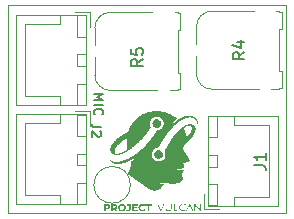
<source format=gbr>
%TF.GenerationSoftware,KiCad,Pcbnew,8.0.4-8.0.4-0~ubuntu22.04.1*%
%TF.CreationDate,2024-09-04T03:05:11+05:30*%
%TF.ProjectId,microphone_smd.step,6d696372-6f70-4686-9f6e-655f736d642e,v01*%
%TF.SameCoordinates,Original*%
%TF.FileFunction,Legend,Top*%
%TF.FilePolarity,Positive*%
%FSLAX46Y46*%
G04 Gerber Fmt 4.6, Leading zero omitted, Abs format (unit mm)*
G04 Created by KiCad (PCBNEW 8.0.4-8.0.4-0~ubuntu22.04.1) date 2024-09-04 03:05:11*
%MOMM*%
%LPD*%
G01*
G04 APERTURE LIST*
%ADD10C,0.150000*%
%ADD11C,0.120000*%
%ADD12C,0.000000*%
%TA.AperFunction,Profile*%
%ADD13C,0.100000*%
%TD*%
G04 APERTURE END LIST*
D10*
X161105704Y-62089160D02*
X161905704Y-62089160D01*
X161905704Y-62089160D02*
X161334276Y-62355826D01*
X161334276Y-62355826D02*
X161905704Y-62622493D01*
X161905704Y-62622493D02*
X161105704Y-62622493D01*
X161105704Y-63003446D02*
X161905704Y-63003446D01*
X161181895Y-63841541D02*
X161143800Y-63803445D01*
X161143800Y-63803445D02*
X161105704Y-63689160D01*
X161105704Y-63689160D02*
X161105704Y-63612969D01*
X161105704Y-63612969D02*
X161143800Y-63498683D01*
X161143800Y-63498683D02*
X161219990Y-63422493D01*
X161219990Y-63422493D02*
X161296180Y-63384398D01*
X161296180Y-63384398D02*
X161448561Y-63346302D01*
X161448561Y-63346302D02*
X161562847Y-63346302D01*
X161562847Y-63346302D02*
X161715228Y-63384398D01*
X161715228Y-63384398D02*
X161791419Y-63422493D01*
X161791419Y-63422493D02*
X161867609Y-63498683D01*
X161867609Y-63498683D02*
X161905704Y-63612969D01*
X161905704Y-63612969D02*
X161905704Y-63689160D01*
X161905704Y-63689160D02*
X161867609Y-63803445D01*
X161867609Y-63803445D02*
X161829514Y-63841541D01*
X161705704Y-64917731D02*
X161134276Y-64917731D01*
X161134276Y-64917731D02*
X161019990Y-64879636D01*
X161019990Y-64879636D02*
X160943800Y-64803445D01*
X160943800Y-64803445D02*
X160905704Y-64689160D01*
X160905704Y-64689160D02*
X160905704Y-64612969D01*
X161629514Y-65260588D02*
X161667609Y-65298684D01*
X161667609Y-65298684D02*
X161705704Y-65374874D01*
X161705704Y-65374874D02*
X161705704Y-65565350D01*
X161705704Y-65565350D02*
X161667609Y-65641541D01*
X161667609Y-65641541D02*
X161629514Y-65679636D01*
X161629514Y-65679636D02*
X161553323Y-65717731D01*
X161553323Y-65717731D02*
X161477133Y-65717731D01*
X161477133Y-65717731D02*
X161362847Y-65679636D01*
X161362847Y-65679636D02*
X160905704Y-65222493D01*
X160905704Y-65222493D02*
X160905704Y-65717731D01*
X173854819Y-58566666D02*
X173378628Y-58899999D01*
X173854819Y-59138094D02*
X172854819Y-59138094D01*
X172854819Y-59138094D02*
X172854819Y-58757142D01*
X172854819Y-58757142D02*
X172902438Y-58661904D01*
X172902438Y-58661904D02*
X172950057Y-58614285D01*
X172950057Y-58614285D02*
X173045295Y-58566666D01*
X173045295Y-58566666D02*
X173188152Y-58566666D01*
X173188152Y-58566666D02*
X173283390Y-58614285D01*
X173283390Y-58614285D02*
X173331009Y-58661904D01*
X173331009Y-58661904D02*
X173378628Y-58757142D01*
X173378628Y-58757142D02*
X173378628Y-59138094D01*
X173188152Y-57709523D02*
X173854819Y-57709523D01*
X172807200Y-57947618D02*
X173521485Y-58185713D01*
X173521485Y-58185713D02*
X173521485Y-57566666D01*
X165254819Y-59166666D02*
X164778628Y-59499999D01*
X165254819Y-59738094D02*
X164254819Y-59738094D01*
X164254819Y-59738094D02*
X164254819Y-59357142D01*
X164254819Y-59357142D02*
X164302438Y-59261904D01*
X164302438Y-59261904D02*
X164350057Y-59214285D01*
X164350057Y-59214285D02*
X164445295Y-59166666D01*
X164445295Y-59166666D02*
X164588152Y-59166666D01*
X164588152Y-59166666D02*
X164683390Y-59214285D01*
X164683390Y-59214285D02*
X164731009Y-59261904D01*
X164731009Y-59261904D02*
X164778628Y-59357142D01*
X164778628Y-59357142D02*
X164778628Y-59738094D01*
X164254819Y-58261904D02*
X164254819Y-58738094D01*
X164254819Y-58738094D02*
X164731009Y-58785713D01*
X164731009Y-58785713D02*
X164683390Y-58738094D01*
X164683390Y-58738094D02*
X164635771Y-58642856D01*
X164635771Y-58642856D02*
X164635771Y-58404761D01*
X164635771Y-58404761D02*
X164683390Y-58309523D01*
X164683390Y-58309523D02*
X164731009Y-58261904D01*
X164731009Y-58261904D02*
X164826247Y-58214285D01*
X164826247Y-58214285D02*
X165064342Y-58214285D01*
X165064342Y-58214285D02*
X165159580Y-58261904D01*
X165159580Y-58261904D02*
X165207200Y-58309523D01*
X165207200Y-58309523D02*
X165254819Y-58404761D01*
X165254819Y-58404761D02*
X165254819Y-58642856D01*
X165254819Y-58642856D02*
X165207200Y-58738094D01*
X165207200Y-58738094D02*
X165159580Y-58785713D01*
X174654819Y-68133333D02*
X175369104Y-68133333D01*
X175369104Y-68133333D02*
X175511961Y-68180952D01*
X175511961Y-68180952D02*
X175607200Y-68276190D01*
X175607200Y-68276190D02*
X175654819Y-68419047D01*
X175654819Y-68419047D02*
X175654819Y-68514285D01*
X175654819Y-67133333D02*
X175654819Y-67704761D01*
X175654819Y-67419047D02*
X174654819Y-67419047D01*
X174654819Y-67419047D02*
X174797676Y-67514285D01*
X174797676Y-67514285D02*
X174892914Y-67609523D01*
X174892914Y-67609523D02*
X174940533Y-67704761D01*
D11*
%TO.C,R4*%
X169790000Y-57890000D02*
X169790000Y-56400000D01*
X169790000Y-60400000D02*
X169790000Y-58910000D01*
X171100000Y-55090000D02*
X174640000Y-55090000D01*
X175080000Y-61710000D02*
X171100000Y-61710000D01*
X176810000Y-55090000D02*
X176560000Y-55090000D01*
X176810000Y-55190000D02*
X176810000Y-55090000D01*
X176810000Y-56610000D02*
X176810000Y-60190000D01*
X176810000Y-56610000D02*
X177010000Y-56610000D01*
X176810000Y-60190000D02*
X177010000Y-60190000D01*
X176810000Y-61610000D02*
X176810000Y-61710000D01*
X176810000Y-61710000D02*
X176120000Y-61710000D01*
X177010000Y-55190000D02*
X176810000Y-55190000D01*
X177010000Y-55190000D02*
X177010000Y-56610000D01*
X177010000Y-60190000D02*
X177010000Y-61610000D01*
X177010000Y-61610000D02*
X176810000Y-61610000D01*
X169790000Y-56400000D02*
G75*
G02*
X171100000Y-55090000I1310000J0D01*
G01*
X171100000Y-61710000D02*
G75*
G02*
X169790000Y-60400000I0J1310000D01*
G01*
%TO.C,R5*%
X161190000Y-57990000D02*
X161190000Y-56500000D01*
X161190000Y-60500000D02*
X161190000Y-59010000D01*
X162500000Y-55190000D02*
X166040000Y-55190000D01*
X166480000Y-61810000D02*
X162500000Y-61810000D01*
X168210000Y-55190000D02*
X167960000Y-55190000D01*
X168210000Y-55290000D02*
X168210000Y-55190000D01*
X168210000Y-56710000D02*
X168210000Y-60290000D01*
X168210000Y-56710000D02*
X168410000Y-56710000D01*
X168210000Y-60290000D02*
X168410000Y-60290000D01*
X168210000Y-61710000D02*
X168210000Y-61810000D01*
X168210000Y-61810000D02*
X167520000Y-61810000D01*
X168410000Y-55290000D02*
X168210000Y-55290000D01*
X168410000Y-55290000D02*
X168410000Y-56710000D01*
X168410000Y-60290000D02*
X168410000Y-61710000D01*
X168410000Y-61710000D02*
X168210000Y-61710000D01*
X161190000Y-56500000D02*
G75*
G02*
X162500000Y-55190000I1310000J0D01*
G01*
X162500000Y-61810000D02*
G75*
G02*
X161190000Y-60500000I0J1310000D01*
G01*
D12*
%TO.C,G\u002A\u002A\u002A*%
G36*
X167915171Y-71393238D02*
G01*
X167922543Y-71393560D01*
X167940826Y-71394667D01*
X167941639Y-71683190D01*
X167942451Y-71971714D01*
X168122798Y-71973305D01*
X168156113Y-71973643D01*
X168187523Y-71974045D01*
X168216451Y-71974500D01*
X168242321Y-71974993D01*
X168264555Y-71975513D01*
X168282578Y-71976044D01*
X168295811Y-71976576D01*
X168303678Y-71977094D01*
X168305704Y-71977457D01*
X168307530Y-71982201D01*
X168308549Y-71990517D01*
X168308762Y-72000222D01*
X168308168Y-72009134D01*
X168306769Y-72015069D01*
X168305701Y-72016262D01*
X168301707Y-72016556D01*
X168292060Y-72016852D01*
X168277403Y-72017147D01*
X168258381Y-72017436D01*
X168235637Y-72017717D01*
X168209815Y-72017985D01*
X168181559Y-72018238D01*
X168151512Y-72018471D01*
X168120318Y-72018682D01*
X168088621Y-72018866D01*
X168057065Y-72019021D01*
X168026293Y-72019141D01*
X167996949Y-72019225D01*
X167969677Y-72019269D01*
X167945122Y-72019268D01*
X167923925Y-72019219D01*
X167906732Y-72019120D01*
X167894186Y-72018965D01*
X167886930Y-72018753D01*
X167885350Y-72018576D01*
X167885099Y-72015211D01*
X167884859Y-72005914D01*
X167884632Y-71991122D01*
X167884420Y-71971267D01*
X167884226Y-71946784D01*
X167884053Y-71918107D01*
X167883902Y-71885672D01*
X167883777Y-71849911D01*
X167883679Y-71811259D01*
X167883612Y-71770152D01*
X167883578Y-71727022D01*
X167883574Y-71705788D01*
X167883574Y-71394776D01*
X167893917Y-71393615D01*
X167903066Y-71393153D01*
X167915171Y-71393238D01*
G37*
G36*
X166455386Y-64245029D02*
G01*
X166492559Y-64248835D01*
X166526338Y-64256184D01*
X166534683Y-64258786D01*
X166580328Y-64277246D01*
X166622355Y-64300693D01*
X166660447Y-64328811D01*
X166694285Y-64361284D01*
X166723551Y-64397798D01*
X166747927Y-64438038D01*
X166767094Y-64481688D01*
X166770905Y-64492701D01*
X166779377Y-64524643D01*
X166785082Y-64559544D01*
X166788015Y-64595964D01*
X166788173Y-64632463D01*
X166785549Y-64667601D01*
X166780140Y-64699940D01*
X166771941Y-64728038D01*
X166771680Y-64728726D01*
X166757070Y-64761303D01*
X166738204Y-64794562D01*
X166716370Y-64826549D01*
X166692854Y-64855311D01*
X166678463Y-64870216D01*
X166655394Y-64891208D01*
X166633204Y-64908549D01*
X166610398Y-64923108D01*
X166585483Y-64935754D01*
X166556963Y-64947354D01*
X166529395Y-64956838D01*
X166508818Y-64963140D01*
X166490606Y-64967730D01*
X166473219Y-64970773D01*
X166455117Y-64972433D01*
X166434761Y-64972873D01*
X166410609Y-64972257D01*
X166392545Y-64971389D01*
X166354524Y-64966518D01*
X166315644Y-64956296D01*
X166277009Y-64941315D01*
X166239722Y-64922168D01*
X166204888Y-64899450D01*
X166173610Y-64873752D01*
X166146992Y-64845669D01*
X166138639Y-64834921D01*
X166117642Y-64804639D01*
X166101082Y-64776704D01*
X166088377Y-64749548D01*
X166078944Y-64721606D01*
X166072201Y-64691311D01*
X166067565Y-64657097D01*
X166065976Y-64639580D01*
X166064016Y-64595118D01*
X166065715Y-64554771D01*
X166071241Y-64517335D01*
X166080758Y-64481604D01*
X166091576Y-64452922D01*
X166110380Y-64416415D01*
X166134716Y-64381581D01*
X166163813Y-64349190D01*
X166196904Y-64320010D01*
X166233219Y-64294810D01*
X166268557Y-64275923D01*
X166301293Y-64263394D01*
X166337771Y-64253948D01*
X166376564Y-64247677D01*
X166416245Y-64244673D01*
X166455386Y-64245029D01*
G37*
G36*
X164228405Y-71658232D02*
G01*
X164228397Y-71701361D01*
X164228364Y-71738613D01*
X164228294Y-71770472D01*
X164228175Y-71797428D01*
X164227995Y-71819966D01*
X164227742Y-71838573D01*
X164227404Y-71853736D01*
X164226969Y-71865942D01*
X164226425Y-71875678D01*
X164225759Y-71883430D01*
X164224960Y-71889686D01*
X164224016Y-71894933D01*
X164222914Y-71899657D01*
X164222376Y-71901698D01*
X164212985Y-71930497D01*
X164201363Y-71954482D01*
X164186617Y-71975064D01*
X164167857Y-71993650D01*
X164160192Y-71999932D01*
X164135640Y-72016104D01*
X164108106Y-72028157D01*
X164076884Y-72036309D01*
X164041270Y-72040776D01*
X164024722Y-72041610D01*
X164008804Y-72041962D01*
X163994372Y-72042022D01*
X163983099Y-72041800D01*
X163976983Y-72041357D01*
X163944880Y-72035261D01*
X163917356Y-72027113D01*
X163892795Y-72016322D01*
X163869583Y-72002297D01*
X163868855Y-72001796D01*
X163849443Y-71987924D01*
X163835221Y-71976671D01*
X163825770Y-71967643D01*
X163820672Y-71960452D01*
X163819447Y-71955688D01*
X163821349Y-71951079D01*
X163826526Y-71942639D01*
X163834178Y-71931429D01*
X163843509Y-71918510D01*
X163853720Y-71904942D01*
X163864015Y-71891788D01*
X163873595Y-71880108D01*
X163881663Y-71870964D01*
X163887102Y-71865673D01*
X163891378Y-71863550D01*
X163896607Y-71864166D01*
X163903635Y-71867986D01*
X163913308Y-71875476D01*
X163926470Y-71887102D01*
X163927177Y-71887747D01*
X163942706Y-71901071D01*
X163956085Y-71910126D01*
X163969077Y-71915663D01*
X163983446Y-71918432D01*
X164000957Y-71919184D01*
X164001062Y-71919184D01*
X164022029Y-71918556D01*
X164038004Y-71916209D01*
X164050285Y-71911403D01*
X164060170Y-71903395D01*
X164068956Y-71891446D01*
X164077621Y-71875458D01*
X164088154Y-71854277D01*
X164088263Y-71703624D01*
X164088373Y-71552972D01*
X163983348Y-71552294D01*
X163878324Y-71551616D01*
X163878324Y-71494330D01*
X163878324Y-71437044D01*
X164053365Y-71437044D01*
X164228405Y-71437044D01*
X164228405Y-71658232D01*
G37*
G36*
X164620393Y-71435486D02*
G01*
X164655828Y-71435580D01*
X164688867Y-71435732D01*
X164718999Y-71435935D01*
X164745715Y-71436184D01*
X164768504Y-71436473D01*
X164786856Y-71436797D01*
X164800261Y-71437152D01*
X164808209Y-71437531D01*
X164810291Y-71437840D01*
X164810665Y-71441650D01*
X164810813Y-71450754D01*
X164810738Y-71464082D01*
X164810446Y-71480567D01*
X164810018Y-71496717D01*
X164808300Y-71553207D01*
X164652745Y-71553207D01*
X164497191Y-71553207D01*
X164498057Y-71612880D01*
X164498923Y-71672553D01*
X164636995Y-71674145D01*
X164775067Y-71675736D01*
X164774443Y-71731363D01*
X164774196Y-71749454D01*
X164773896Y-71765181D01*
X164773570Y-71777506D01*
X164773246Y-71785388D01*
X164772991Y-71787819D01*
X164769738Y-71788028D01*
X164760776Y-71788287D01*
X164746760Y-71788587D01*
X164728346Y-71788915D01*
X164706189Y-71789260D01*
X164680945Y-71789612D01*
X164653270Y-71789959D01*
X164635542Y-71790162D01*
X164498923Y-71791677D01*
X164498060Y-71853819D01*
X164497197Y-71915961D01*
X164658779Y-71916786D01*
X164820361Y-71917610D01*
X164821231Y-71974172D01*
X164821453Y-71995590D01*
X164821340Y-72011358D01*
X164820855Y-72022185D01*
X164819957Y-72028780D01*
X164818608Y-72031851D01*
X164818048Y-72032216D01*
X164814255Y-72032484D01*
X164804759Y-72032749D01*
X164790174Y-72033008D01*
X164771115Y-72033259D01*
X164748199Y-72033500D01*
X164722041Y-72033728D01*
X164693255Y-72033941D01*
X164662458Y-72034135D01*
X164630264Y-72034310D01*
X164597289Y-72034461D01*
X164564148Y-72034588D01*
X164531457Y-72034687D01*
X164499831Y-72034756D01*
X164469886Y-72034792D01*
X164442235Y-72034794D01*
X164417496Y-72034758D01*
X164396284Y-72034682D01*
X164379213Y-72034564D01*
X164366899Y-72034402D01*
X164359958Y-72034192D01*
X164358623Y-72034039D01*
X164358433Y-72030736D01*
X164358250Y-72021510D01*
X164358078Y-72006804D01*
X164357917Y-71987060D01*
X164357771Y-71962721D01*
X164357641Y-71934229D01*
X164357529Y-71902027D01*
X164357437Y-71866557D01*
X164357367Y-71828261D01*
X164357320Y-71787583D01*
X164357300Y-71744965D01*
X164357299Y-71734083D01*
X164357299Y-71435453D01*
X164583073Y-71435453D01*
X164620393Y-71435486D01*
G37*
G36*
X166646456Y-66872966D02*
G01*
X166683338Y-66882187D01*
X166712194Y-66892573D01*
X166753937Y-66911193D01*
X166790224Y-66931342D01*
X166821902Y-66953679D01*
X166849820Y-66978865D01*
X166874828Y-67007560D01*
X166893251Y-67033400D01*
X166906871Y-67055019D01*
X166917456Y-67074156D01*
X166926148Y-67093131D01*
X166934089Y-67114265D01*
X166936379Y-67121021D01*
X166947314Y-67163211D01*
X166953130Y-67207757D01*
X166953790Y-67253178D01*
X166949255Y-67297994D01*
X166941927Y-67332167D01*
X166937215Y-67349088D01*
X166932974Y-67362564D01*
X166928428Y-67374488D01*
X166922799Y-67386751D01*
X166915313Y-67401247D01*
X166908249Y-67414290D01*
X166887974Y-67448277D01*
X166866832Y-67477142D01*
X166843725Y-67502123D01*
X166817556Y-67524460D01*
X166798592Y-67538007D01*
X166782278Y-67547917D01*
X166762017Y-67558667D01*
X166739619Y-67569429D01*
X166716893Y-67579380D01*
X166695650Y-67587694D01*
X166677699Y-67593546D01*
X166675398Y-67594162D01*
X166657250Y-67598254D01*
X166636919Y-67601888D01*
X166616087Y-67604854D01*
X166596433Y-67606941D01*
X166579638Y-67607939D01*
X166567586Y-67607659D01*
X166541524Y-67603553D01*
X166512295Y-67596574D01*
X166481495Y-67587291D01*
X166450721Y-67576273D01*
X166421569Y-67564091D01*
X166395636Y-67551314D01*
X166375288Y-67539042D01*
X166353593Y-67521978D01*
X166331389Y-67500571D01*
X166310261Y-67476489D01*
X166291796Y-67451398D01*
X166291573Y-67451061D01*
X166272832Y-67421031D01*
X166258175Y-67393491D01*
X166246841Y-67366804D01*
X166238069Y-67339331D01*
X166236036Y-67331544D01*
X166232996Y-67318964D01*
X166230756Y-67308152D01*
X166229200Y-67297756D01*
X166228210Y-67286425D01*
X166227668Y-67272807D01*
X166227457Y-67255550D01*
X166227459Y-67233302D01*
X166227460Y-67232884D01*
X166227585Y-67210469D01*
X166227897Y-67193108D01*
X166228513Y-67179489D01*
X166229554Y-67168303D01*
X166231136Y-67158237D01*
X166233378Y-67147982D01*
X166236085Y-67137407D01*
X166244560Y-67110740D01*
X166255709Y-67083466D01*
X166268541Y-67057718D01*
X166282069Y-67035628D01*
X166285545Y-67030792D01*
X166293409Y-67020067D01*
X166300700Y-67009793D01*
X166305138Y-67003253D01*
X166311355Y-66995568D01*
X166321508Y-66985097D01*
X166334439Y-66972871D01*
X166348990Y-66959921D01*
X166364002Y-66947278D01*
X166378317Y-66935972D01*
X166390757Y-66927048D01*
X166410620Y-66915347D01*
X166434423Y-66903699D01*
X166460261Y-66892854D01*
X166486230Y-66883564D01*
X166510426Y-66876582D01*
X166527275Y-66873156D01*
X166569827Y-66868597D01*
X166609087Y-66868485D01*
X166646456Y-66872966D01*
G37*
G36*
X162109617Y-71435508D02*
G01*
X162140687Y-71435588D01*
X162170805Y-71435793D01*
X162199161Y-71436110D01*
X162224946Y-71436524D01*
X162247347Y-71437021D01*
X162265557Y-71437585D01*
X162278763Y-71438202D01*
X162284482Y-71438646D01*
X162324349Y-71445625D01*
X162360558Y-71457760D01*
X162393049Y-71475023D01*
X162421765Y-71497387D01*
X162434121Y-71509851D01*
X162446944Y-71525104D01*
X162457386Y-71540650D01*
X162466264Y-71558054D01*
X162474393Y-71578881D01*
X162481330Y-71600469D01*
X162487005Y-71620509D01*
X162490390Y-71636596D01*
X162491463Y-71650679D01*
X162490204Y-71664711D01*
X162486592Y-71680644D01*
X162480607Y-71700431D01*
X162480263Y-71701499D01*
X162470210Y-71729203D01*
X162459131Y-71752198D01*
X162446073Y-71772140D01*
X162430082Y-71790685D01*
X162427174Y-71793647D01*
X162400622Y-71815912D01*
X162369559Y-71834213D01*
X162334795Y-71848075D01*
X162333192Y-71848576D01*
X162320897Y-71852689D01*
X162309681Y-71856972D01*
X162302957Y-71860013D01*
X162299272Y-71861517D01*
X162294078Y-71862699D01*
X162286640Y-71863595D01*
X162276229Y-71864242D01*
X162262110Y-71864677D01*
X162243553Y-71864937D01*
X162219824Y-71865057D01*
X162201911Y-71865079D01*
X162110413Y-71865098D01*
X162110413Y-71949436D01*
X162110413Y-72033774D01*
X162044375Y-72033817D01*
X162024085Y-72033920D01*
X162005613Y-72034183D01*
X161990034Y-72034577D01*
X161978423Y-72035073D01*
X161971856Y-72035642D01*
X161971176Y-72035780D01*
X161964015Y-72037699D01*
X161964015Y-71749570D01*
X162110413Y-71749570D01*
X162135077Y-71748310D01*
X162147341Y-71747656D01*
X162164035Y-71746728D01*
X162183232Y-71745635D01*
X162203011Y-71744485D01*
X162209258Y-71744117D01*
X162229677Y-71742777D01*
X162245440Y-71741242D01*
X162258253Y-71739093D01*
X162269820Y-71735915D01*
X162281847Y-71731288D01*
X162296041Y-71724796D01*
X162304097Y-71720908D01*
X162312377Y-71714346D01*
X162320840Y-71703501D01*
X162328230Y-71690289D01*
X162333296Y-71676628D01*
X162333453Y-71676017D01*
X162335515Y-71660679D01*
X162335334Y-71642072D01*
X162333053Y-71622830D01*
X162329854Y-71608902D01*
X162322336Y-71593664D01*
X162309743Y-71579644D01*
X162293369Y-71567990D01*
X162274775Y-71559935D01*
X162266936Y-71557701D01*
X162259159Y-71556018D01*
X162250389Y-71554811D01*
X162239573Y-71554002D01*
X162225658Y-71553516D01*
X162207591Y-71553277D01*
X162184316Y-71553208D01*
X162181685Y-71553207D01*
X162110413Y-71553207D01*
X162110413Y-71651389D01*
X162110413Y-71749570D01*
X161964015Y-71749570D01*
X161964015Y-71736576D01*
X161964015Y-71651389D01*
X161964015Y-71435453D01*
X162109617Y-71435508D01*
G37*
G36*
X167222643Y-71388571D02*
G01*
X167226272Y-71390753D01*
X167226983Y-71391693D01*
X167227454Y-71395485D01*
X167227952Y-71405102D01*
X167228467Y-71420004D01*
X167228986Y-71439651D01*
X167229500Y-71463504D01*
X167229997Y-71491022D01*
X167230466Y-71521665D01*
X167230895Y-71554894D01*
X167231273Y-71590169D01*
X167231402Y-71604128D01*
X167231778Y-71645808D01*
X167232126Y-71681623D01*
X167232464Y-71712076D01*
X167232811Y-71737667D01*
X167233186Y-71758897D01*
X167233605Y-71776267D01*
X167234089Y-71790279D01*
X167234654Y-71801432D01*
X167235321Y-71810229D01*
X167236106Y-71817170D01*
X167237028Y-71822757D01*
X167238106Y-71827490D01*
X167239358Y-71831870D01*
X167239796Y-71833273D01*
X167248001Y-71857883D01*
X167255582Y-71877345D01*
X167263158Y-71892753D01*
X167271346Y-71905202D01*
X167280766Y-71915785D01*
X167291953Y-71925532D01*
X167318410Y-71942913D01*
X167348938Y-71956910D01*
X167381874Y-71966903D01*
X167415553Y-71972269D01*
X167417510Y-71972426D01*
X167444447Y-71972151D01*
X167472409Y-71967723D01*
X167500115Y-71959661D01*
X167526286Y-71948482D01*
X167549642Y-71934703D01*
X167568906Y-71918844D01*
X167579076Y-71907047D01*
X167589418Y-71891012D01*
X167599306Y-71872563D01*
X167607797Y-71853726D01*
X167613952Y-71836527D01*
X167616303Y-71826908D01*
X167616873Y-71820687D01*
X167617467Y-71808697D01*
X167618071Y-71791532D01*
X167618672Y-71769789D01*
X167619256Y-71744061D01*
X167619811Y-71714946D01*
X167620323Y-71683037D01*
X167620779Y-71648931D01*
X167621165Y-71613222D01*
X167621235Y-71605720D01*
X167621571Y-71570239D01*
X167621921Y-71536613D01*
X167622277Y-71505386D01*
X167622631Y-71477103D01*
X167622975Y-71452309D01*
X167623302Y-71431549D01*
X167623605Y-71415367D01*
X167623874Y-71404310D01*
X167624104Y-71398921D01*
X167624159Y-71398504D01*
X167627913Y-71395858D01*
X167636252Y-71393726D01*
X167647403Y-71392322D01*
X167659592Y-71391855D01*
X167671047Y-71392539D01*
X167672475Y-71392736D01*
X167686733Y-71394874D01*
X167685513Y-71603730D01*
X167684294Y-71812586D01*
X167675692Y-71843791D01*
X167667763Y-71869242D01*
X167658641Y-71891149D01*
X167647033Y-71912333D01*
X167637470Y-71927158D01*
X167619832Y-71950189D01*
X167600338Y-71969208D01*
X167577817Y-71985067D01*
X167551099Y-71998615D01*
X167525450Y-72008522D01*
X167514514Y-72012145D01*
X167504937Y-72014756D01*
X167495225Y-72016557D01*
X167483881Y-72017751D01*
X167469409Y-72018542D01*
X167450315Y-72019132D01*
X167446627Y-72019224D01*
X167427054Y-72019522D01*
X167407767Y-72019498D01*
X167390527Y-72019174D01*
X167377096Y-72018576D01*
X167372773Y-72018225D01*
X167354660Y-72014926D01*
X167333402Y-72008761D01*
X167311077Y-72000504D01*
X167289762Y-71990928D01*
X167271534Y-71980808D01*
X167270413Y-71980090D01*
X167248744Y-71963485D01*
X167229916Y-71943332D01*
X167213521Y-71918995D01*
X167199148Y-71889837D01*
X167186388Y-71855224D01*
X167183032Y-71844412D01*
X167172548Y-71809403D01*
X167171465Y-71602094D01*
X167170383Y-71394785D01*
X167190683Y-71391250D01*
X167205994Y-71388833D01*
X167216265Y-71387935D01*
X167222643Y-71388571D01*
G37*
G36*
X168706945Y-71391700D02*
G01*
X168734205Y-71394231D01*
X168758188Y-71398731D01*
X168780344Y-71405422D01*
X168787598Y-71408187D01*
X168798807Y-71413382D01*
X168812419Y-71420771D01*
X168827405Y-71429667D01*
X168842736Y-71439383D01*
X168857380Y-71449233D01*
X168870310Y-71458530D01*
X168880494Y-71466586D01*
X168886903Y-71472715D01*
X168888605Y-71475565D01*
X168887251Y-71481468D01*
X168882741Y-71490112D01*
X168877871Y-71497194D01*
X168870987Y-71505711D01*
X168865974Y-71510009D01*
X168861144Y-71511145D01*
X168856549Y-71510543D01*
X168849251Y-71507547D01*
X168839394Y-71501547D01*
X168829109Y-71493840D01*
X168829092Y-71493826D01*
X168808741Y-71479586D01*
X168783960Y-71466530D01*
X168756676Y-71455566D01*
X168732753Y-71448517D01*
X168703094Y-71443548D01*
X168669925Y-71441805D01*
X168635165Y-71443197D01*
X168600736Y-71447630D01*
X168568557Y-71455013D01*
X168563050Y-71456680D01*
X168529197Y-71470654D01*
X168498032Y-71490172D01*
X168469971Y-71514831D01*
X168445426Y-71544232D01*
X168424811Y-71577973D01*
X168414122Y-71601050D01*
X168404672Y-71624742D01*
X168397745Y-71644238D01*
X168392992Y-71661024D01*
X168390063Y-71676584D01*
X168388608Y-71692403D01*
X168388278Y-71709966D01*
X168388283Y-71710744D01*
X168388624Y-71727565D01*
X168389608Y-71740383D01*
X168391628Y-71751558D01*
X168395077Y-71763446D01*
X168398890Y-71774395D01*
X168415195Y-71813371D01*
X168434419Y-71847416D01*
X168457068Y-71877008D01*
X168483651Y-71902623D01*
X168514674Y-71924738D01*
X168550646Y-71943831D01*
X168592074Y-71960378D01*
X168599380Y-71962867D01*
X168615784Y-71968093D01*
X168628651Y-71971399D01*
X168640367Y-71973196D01*
X168653316Y-71973893D01*
X168663785Y-71973950D01*
X168692019Y-71972194D01*
X168720527Y-71967003D01*
X168750186Y-71958088D01*
X168781873Y-71945159D01*
X168816465Y-71927926D01*
X168836061Y-71917073D01*
X168849625Y-71909423D01*
X168858834Y-71904614D01*
X168864821Y-71902267D01*
X168868721Y-71902004D01*
X168871669Y-71903448D01*
X168873165Y-71904713D01*
X168882031Y-71916105D01*
X168884693Y-71928351D01*
X168881195Y-71941088D01*
X168871582Y-71953953D01*
X168866634Y-71958545D01*
X168851684Y-71969209D01*
X168831931Y-71980170D01*
X168808877Y-71990826D01*
X168784021Y-72000574D01*
X168758862Y-72008811D01*
X168734900Y-72014935D01*
X168719561Y-72017653D01*
X168699974Y-72019487D01*
X168676399Y-72020406D01*
X168651147Y-72020409D01*
X168626527Y-72019495D01*
X168605221Y-72017706D01*
X168582811Y-72013561D01*
X168557092Y-72006285D01*
X168529843Y-71996571D01*
X168502841Y-71985111D01*
X168477866Y-71972599D01*
X168456993Y-71959932D01*
X168430996Y-71938587D01*
X168406771Y-71911427D01*
X168384571Y-71878821D01*
X168364649Y-71841135D01*
X168348721Y-71802756D01*
X168337909Y-71768999D01*
X168331386Y-71737258D01*
X168329233Y-71706506D01*
X168331530Y-71675716D01*
X168338359Y-71643859D01*
X168349801Y-71609909D01*
X168365935Y-71572836D01*
X168366948Y-71570712D01*
X168384216Y-71537504D01*
X168401890Y-71509637D01*
X168420790Y-71486102D01*
X168441732Y-71465887D01*
X168465534Y-71447982D01*
X168467183Y-71446885D01*
X168485035Y-71435402D01*
X168499855Y-71426757D01*
X168513677Y-71419930D01*
X168528534Y-71413906D01*
X168543700Y-71408586D01*
X168578788Y-71399323D01*
X168618777Y-71393474D01*
X168663896Y-71391008D01*
X168674955Y-71390916D01*
X168706945Y-71391700D01*
G37*
G36*
X162735785Y-71437118D02*
G01*
X162775614Y-71437162D01*
X162809673Y-71437291D01*
X162838555Y-71437552D01*
X162862854Y-71437997D01*
X162883166Y-71438673D01*
X162900085Y-71439630D01*
X162914204Y-71440919D01*
X162926119Y-71442588D01*
X162936423Y-71444686D01*
X162945711Y-71447263D01*
X162954576Y-71450369D01*
X162963615Y-71454053D01*
X162969292Y-71456527D01*
X162994914Y-71470577D01*
X163020153Y-71489390D01*
X163043385Y-71511484D01*
X163062986Y-71535381D01*
X163072901Y-71550984D01*
X163085831Y-71580366D01*
X163093685Y-71612387D01*
X163096485Y-71645872D01*
X163094252Y-71679648D01*
X163087006Y-71712539D01*
X163074770Y-71743373D01*
X163069243Y-71753580D01*
X163056795Y-71771927D01*
X163041568Y-71789835D01*
X163025008Y-71805863D01*
X163008565Y-71818571D01*
X162997551Y-71824884D01*
X162988063Y-71829879D01*
X162981449Y-71834410D01*
X162979251Y-71837223D01*
X162980973Y-71840718D01*
X162985843Y-71848786D01*
X162993421Y-71860742D01*
X163003266Y-71875904D01*
X163014937Y-71893587D01*
X163027993Y-71913108D01*
X163032559Y-71919879D01*
X163050487Y-71946433D01*
X163065148Y-71968218D01*
X163076850Y-71985730D01*
X163085904Y-71999463D01*
X163092620Y-72009912D01*
X163097307Y-72017574D01*
X163100277Y-72022943D01*
X163101839Y-72026514D01*
X163102302Y-72028783D01*
X163101978Y-72030245D01*
X163101820Y-72030525D01*
X163097945Y-72031634D01*
X163088037Y-72032526D01*
X163072426Y-72033189D01*
X163051440Y-72033609D01*
X163025409Y-72033772D01*
X163022177Y-72033774D01*
X162944542Y-72033774D01*
X162939580Y-72023431D01*
X162936536Y-72018081D01*
X162930471Y-72008247D01*
X162921900Y-71994733D01*
X162911340Y-71978347D01*
X162899307Y-71959894D01*
X162886317Y-71940181D01*
X162886123Y-71939888D01*
X162837627Y-71866689D01*
X162777954Y-71865824D01*
X162718281Y-71864958D01*
X162718281Y-71949366D01*
X162718281Y-72033774D01*
X162644983Y-72033774D01*
X162620073Y-72033689D01*
X162600933Y-72033412D01*
X162586972Y-72032912D01*
X162577597Y-72032157D01*
X162572215Y-72031116D01*
X162570247Y-72029796D01*
X162570046Y-72026100D01*
X162569870Y-72016490D01*
X162569718Y-72001418D01*
X162569592Y-71981333D01*
X162569494Y-71956687D01*
X162569424Y-71927932D01*
X162569383Y-71895517D01*
X162569373Y-71859895D01*
X162569394Y-71821516D01*
X162569447Y-71780831D01*
X162569515Y-71747344D01*
X162718281Y-71747344D01*
X162752494Y-71747206D01*
X162770049Y-71746916D01*
X162791047Y-71746238D01*
X162812583Y-71745281D01*
X162828197Y-71744390D01*
X162845384Y-71743203D01*
X162857923Y-71741963D01*
X162867523Y-71740258D01*
X162875892Y-71737677D01*
X162884737Y-71733809D01*
X162895765Y-71728244D01*
X162896163Y-71728039D01*
X162911360Y-71719551D01*
X162921920Y-71711954D01*
X162929257Y-71704175D01*
X162931053Y-71701629D01*
X162934563Y-71695955D01*
X162936931Y-71690579D01*
X162938377Y-71684103D01*
X162939125Y-71675129D01*
X162939394Y-71662260D01*
X162939416Y-71648897D01*
X162939220Y-71630957D01*
X162938585Y-71618034D01*
X162937355Y-71608789D01*
X162935375Y-71601880D01*
X162933483Y-71597763D01*
X162922050Y-71581011D01*
X162907322Y-71568862D01*
X162893531Y-71562081D01*
X162887532Y-71559860D01*
X162881440Y-71558135D01*
X162874333Y-71556827D01*
X162865288Y-71555856D01*
X162853381Y-71555146D01*
X162837690Y-71554616D01*
X162817293Y-71554190D01*
X162797050Y-71553871D01*
X162718281Y-71552718D01*
X162718281Y-71650031D01*
X162718281Y-71747344D01*
X162569515Y-71747344D01*
X162569534Y-71738292D01*
X162569551Y-71731431D01*
X162569756Y-71650031D01*
X162570292Y-71437044D01*
X162735785Y-71437118D01*
G37*
G36*
X169658388Y-71390675D02*
G01*
X169665105Y-71393722D01*
X169670401Y-71396643D01*
X169675589Y-71400139D01*
X169681150Y-71404737D01*
X169687561Y-71410963D01*
X169695301Y-71419347D01*
X169704849Y-71430414D01*
X169716684Y-71444692D01*
X169731284Y-71462710D01*
X169749128Y-71484994D01*
X169757619Y-71495643D01*
X169774357Y-71516624D01*
X169791408Y-71537942D01*
X169807919Y-71558535D01*
X169823038Y-71577342D01*
X169835912Y-71593300D01*
X169845688Y-71605346D01*
X169845766Y-71605442D01*
X169865868Y-71630326D01*
X169888879Y-71659232D01*
X169913935Y-71691054D01*
X169940175Y-71724687D01*
X169966736Y-71759025D01*
X169992753Y-71792964D01*
X170014902Y-71822134D01*
X170028660Y-71840199D01*
X170041695Y-71857042D01*
X170053353Y-71871838D01*
X170062980Y-71883763D01*
X170069921Y-71891992D01*
X170072853Y-71895132D01*
X170082722Y-71904480D01*
X170082722Y-71649280D01*
X170082722Y-71394080D01*
X170112738Y-71394080D01*
X170142754Y-71394080D01*
X170144173Y-71425109D01*
X170144304Y-71431308D01*
X170144412Y-71443299D01*
X170144500Y-71460512D01*
X170144566Y-71482373D01*
X170144613Y-71508312D01*
X170144642Y-71537755D01*
X170144652Y-71570131D01*
X170144645Y-71604868D01*
X170144622Y-71641394D01*
X170144583Y-71679137D01*
X170144530Y-71717525D01*
X170144463Y-71755985D01*
X170144383Y-71793946D01*
X170144291Y-71830836D01*
X170144188Y-71866082D01*
X170144074Y-71899113D01*
X170143950Y-71929356D01*
X170143818Y-71956240D01*
X170143678Y-71979193D01*
X170143532Y-71997642D01*
X170143378Y-72011016D01*
X170143303Y-72015474D01*
X170140572Y-72019803D01*
X170133553Y-72021558D01*
X170123657Y-72020991D01*
X170112297Y-72018359D01*
X170100886Y-72013916D01*
X170090836Y-72007915D01*
X170087901Y-72005493D01*
X170081253Y-71998644D01*
X170071172Y-71987148D01*
X170058030Y-71971461D01*
X170042200Y-71952039D01*
X170024055Y-71929336D01*
X170003967Y-71903808D01*
X169988836Y-71884358D01*
X169975271Y-71866892D01*
X169958581Y-71845487D01*
X169939593Y-71821193D01*
X169919131Y-71795063D01*
X169898021Y-71768149D01*
X169877087Y-71741503D01*
X169857156Y-71716176D01*
X169839052Y-71693221D01*
X169823600Y-71673689D01*
X169820175Y-71669371D01*
X169810604Y-71657262D01*
X169798291Y-71641601D01*
X169784395Y-71623868D01*
X169770073Y-71605540D01*
X169759055Y-71591398D01*
X169745293Y-71573758D01*
X169731081Y-71555623D01*
X169717558Y-71538441D01*
X169705864Y-71523663D01*
X169698489Y-71514416D01*
X169676303Y-71486763D01*
X169674419Y-71526634D01*
X169674130Y-71536571D01*
X169673908Y-71552240D01*
X169673756Y-71573010D01*
X169673671Y-71598248D01*
X169673655Y-71627322D01*
X169673708Y-71659599D01*
X169673828Y-71694448D01*
X169674017Y-71731237D01*
X169674273Y-71769333D01*
X169674456Y-71792183D01*
X169676377Y-72017861D01*
X169668705Y-72017904D01*
X169659703Y-72018390D01*
X169654668Y-72019000D01*
X169647440Y-72019379D01*
X169637525Y-72018996D01*
X169635088Y-72018789D01*
X169621872Y-72017525D01*
X169619758Y-71978707D01*
X169619445Y-71969532D01*
X169619170Y-71954548D01*
X169618935Y-71934311D01*
X169618742Y-71909375D01*
X169618593Y-71880298D01*
X169618490Y-71847634D01*
X169618435Y-71811939D01*
X169618429Y-71773770D01*
X169618476Y-71733681D01*
X169618577Y-71692229D01*
X169618652Y-71670050D01*
X169618843Y-71621816D01*
X169619037Y-71579560D01*
X169619243Y-71542890D01*
X169619470Y-71511418D01*
X169619724Y-71484756D01*
X169620015Y-71462514D01*
X169620351Y-71444304D01*
X169620740Y-71429735D01*
X169621191Y-71418421D01*
X169621710Y-71409970D01*
X169622308Y-71403995D01*
X169622991Y-71400107D01*
X169623769Y-71397917D01*
X169624433Y-71397144D01*
X169630587Y-71394285D01*
X169639513Y-71391238D01*
X169641067Y-71390794D01*
X169650297Y-71389163D01*
X169658388Y-71390675D01*
G37*
G36*
X167077961Y-71386228D02*
G01*
X167077673Y-71389853D01*
X167075244Y-71398014D01*
X167071122Y-71409432D01*
X167065757Y-71422826D01*
X167062391Y-71430679D01*
X167058698Y-71439186D01*
X167053387Y-71451544D01*
X167047321Y-71465740D01*
X167043958Y-71473644D01*
X167039235Y-71484573D01*
X167032366Y-71500210D01*
X167023834Y-71519467D01*
X167014123Y-71541255D01*
X167003718Y-71564485D01*
X166993102Y-71588069D01*
X166992317Y-71589807D01*
X166964115Y-71652342D01*
X166938450Y-71709403D01*
X166915188Y-71761295D01*
X166894194Y-71808321D01*
X166875332Y-71850783D01*
X166858466Y-71888986D01*
X166843462Y-71923232D01*
X166837598Y-71936706D01*
X166828465Y-71957433D01*
X166819889Y-71976329D01*
X166812266Y-71992571D01*
X166805986Y-72005337D01*
X166801445Y-72013803D01*
X166799173Y-72017065D01*
X166793129Y-72019129D01*
X166782915Y-72020383D01*
X166770680Y-72020791D01*
X166758570Y-72020317D01*
X166748735Y-72018925D01*
X166745550Y-72017960D01*
X166740490Y-72013270D01*
X166734869Y-72002891D01*
X166729857Y-71990314D01*
X166725666Y-71979444D01*
X166719444Y-71964177D01*
X166711782Y-71945919D01*
X166703270Y-71926075D01*
X166694496Y-71906048D01*
X166694313Y-71905636D01*
X166686347Y-71887604D01*
X166679341Y-71871617D01*
X166673678Y-71858561D01*
X166669742Y-71849323D01*
X166667918Y-71844789D01*
X166667837Y-71844494D01*
X166666582Y-71841142D01*
X166663249Y-71833508D01*
X166658484Y-71823061D01*
X166656999Y-71819868D01*
X166644745Y-71793473D01*
X166630843Y-71763239D01*
X166615826Y-71730348D01*
X166600227Y-71695980D01*
X166584579Y-71661317D01*
X166569415Y-71627540D01*
X166555267Y-71595829D01*
X166542670Y-71567367D01*
X166532156Y-71543333D01*
X166530923Y-71540489D01*
X166521439Y-71518749D01*
X166511997Y-71497436D01*
X166503134Y-71477737D01*
X166495389Y-71460843D01*
X166489299Y-71447942D01*
X166486789Y-71442862D01*
X166478619Y-71426635D01*
X166473175Y-71415122D01*
X166470225Y-71407400D01*
X166469535Y-71402549D01*
X166470874Y-71399647D01*
X166474006Y-71397773D01*
X166475265Y-71397272D01*
X166482480Y-71395172D01*
X166493443Y-71392678D01*
X166504168Y-71390623D01*
X166515204Y-71388880D01*
X166522884Y-71388809D01*
X166528375Y-71391301D01*
X166532846Y-71397249D01*
X166537466Y-71407543D01*
X166542065Y-71419540D01*
X166548700Y-71436544D01*
X166557105Y-71457258D01*
X166566409Y-71479599D01*
X166575741Y-71501485D01*
X166584230Y-71520834D01*
X166587354Y-71527747D01*
X166592117Y-71538350D01*
X166598387Y-71552569D01*
X166605179Y-71568161D01*
X166609024Y-71577077D01*
X166615911Y-71592955D01*
X166623109Y-71609282D01*
X166629519Y-71623574D01*
X166632273Y-71629589D01*
X166636638Y-71639050D01*
X166643046Y-71652988D01*
X166650893Y-71670093D01*
X166659579Y-71689051D01*
X166668501Y-71708552D01*
X166668776Y-71709153D01*
X166685323Y-71745304D01*
X166701008Y-71779489D01*
X166715596Y-71811196D01*
X166728851Y-71839916D01*
X166740536Y-71865141D01*
X166750416Y-71886359D01*
X166758255Y-71903063D01*
X166763817Y-71914741D01*
X166765706Y-71918607D01*
X166774105Y-71935516D01*
X166787986Y-71905877D01*
X166793177Y-71894684D01*
X166800439Y-71878867D01*
X166809235Y-71859608D01*
X166819027Y-71838087D01*
X166829274Y-71815486D01*
X166837058Y-71798264D01*
X166847966Y-71774096D01*
X166859435Y-71748693D01*
X166870770Y-71723588D01*
X166881279Y-71700318D01*
X166890269Y-71680418D01*
X166894541Y-71670962D01*
X166904799Y-71648219D01*
X166916323Y-71622590D01*
X166928665Y-71595079D01*
X166941376Y-71566689D01*
X166954009Y-71538426D01*
X166966114Y-71511292D01*
X166977244Y-71486291D01*
X166986949Y-71464428D01*
X166994782Y-71446705D01*
X166998687Y-71437814D01*
X167006697Y-71420022D01*
X167013156Y-71407337D01*
X167018771Y-71398919D01*
X167024246Y-71393922D01*
X167030288Y-71391505D01*
X167037603Y-71390825D01*
X167038040Y-71390821D01*
X167050404Y-71389991D01*
X167062845Y-71388065D01*
X167063976Y-71387814D01*
X167072188Y-71386278D01*
X167077336Y-71386001D01*
X167077961Y-71386228D01*
G37*
G36*
X163477946Y-71423480D02*
G01*
X163488461Y-71423839D01*
X163509074Y-71424981D01*
X163527220Y-71426994D01*
X163545553Y-71430279D01*
X163566726Y-71435239D01*
X163571207Y-71436383D01*
X163595883Y-71442963D01*
X163615733Y-71448881D01*
X163632172Y-71454712D01*
X163646619Y-71461033D01*
X163660491Y-71468418D01*
X163675203Y-71477445D01*
X163680101Y-71480630D01*
X163711084Y-71503555D01*
X163737538Y-71528915D01*
X163759855Y-71557340D01*
X163778428Y-71589459D01*
X163793648Y-71625899D01*
X163805907Y-71667292D01*
X163811277Y-71691157D01*
X163813958Y-71704222D01*
X163815949Y-71714730D01*
X163817179Y-71723745D01*
X163817578Y-71732333D01*
X163817074Y-71741559D01*
X163815597Y-71752488D01*
X163813076Y-71766185D01*
X163809440Y-71783715D01*
X163804619Y-71806144D01*
X163803185Y-71812802D01*
X163792767Y-71847441D01*
X163776910Y-71881562D01*
X163756484Y-71913815D01*
X163732360Y-71942848D01*
X163705409Y-71967310D01*
X163701934Y-71969943D01*
X163681859Y-71983714D01*
X163659197Y-71997443D01*
X163636118Y-72009915D01*
X163614795Y-72019914D01*
X163607181Y-72022973D01*
X163579432Y-72031361D01*
X163547602Y-72037516D01*
X163513628Y-72041277D01*
X163479448Y-72042479D01*
X163447000Y-72040960D01*
X163426401Y-72038198D01*
X163402028Y-72033489D01*
X163382065Y-72028704D01*
X163364578Y-72023258D01*
X163347632Y-72016565D01*
X163333521Y-72010091D01*
X163294874Y-71988875D01*
X163260906Y-71964681D01*
X163232095Y-71937894D01*
X163209425Y-71909654D01*
X163201496Y-71896825D01*
X163192308Y-71880150D01*
X163182916Y-71861712D01*
X163174376Y-71843594D01*
X163167745Y-71827879D01*
X163167048Y-71826041D01*
X163157433Y-71792389D01*
X163152192Y-71755732D01*
X163151518Y-71720744D01*
X163307334Y-71720744D01*
X163307414Y-71743504D01*
X163308554Y-71765410D01*
X163310725Y-71784155D01*
X163311738Y-71789609D01*
X163317752Y-71810756D01*
X163326788Y-71829869D01*
X163339760Y-71848508D01*
X163357580Y-71868235D01*
X163357911Y-71868570D01*
X163383332Y-71890683D01*
X163409983Y-71906732D01*
X163438449Y-71916987D01*
X163469316Y-71921716D01*
X163474139Y-71921963D01*
X163481753Y-71921779D01*
X163493474Y-71920958D01*
X163507092Y-71919663D01*
X163510738Y-71919261D01*
X163527524Y-71916706D01*
X163542067Y-71912723D01*
X163557474Y-71906371D01*
X163564469Y-71903009D01*
X163589800Y-71888114D01*
X163610931Y-71870163D01*
X163628877Y-71848103D01*
X163644653Y-71820885D01*
X163645514Y-71819145D01*
X163655948Y-71795378D01*
X163662473Y-71773620D01*
X163665541Y-71751505D01*
X163665604Y-71726667D01*
X163665018Y-71717135D01*
X163662673Y-71695494D01*
X163658687Y-71677051D01*
X163652275Y-71658972D01*
X163643807Y-71640728D01*
X163628082Y-71613569D01*
X163610468Y-71591881D01*
X163590107Y-71574855D01*
X163566140Y-71561682D01*
X163555294Y-71557289D01*
X163545121Y-71553699D01*
X163536292Y-71551235D01*
X163527199Y-71549692D01*
X163516232Y-71548864D01*
X163501781Y-71548543D01*
X163486869Y-71548514D01*
X163461489Y-71549084D01*
X163440818Y-71550911D01*
X163423269Y-71554316D01*
X163407253Y-71559624D01*
X163391182Y-71567157D01*
X163388643Y-71568513D01*
X163370924Y-71580974D01*
X163353677Y-71598308D01*
X163337916Y-71619045D01*
X163324655Y-71641714D01*
X163314906Y-71664846D01*
X163310459Y-71681890D01*
X163308339Y-71699437D01*
X163307334Y-71720744D01*
X163151518Y-71720744D01*
X163151461Y-71717813D01*
X163155375Y-71680376D01*
X163155630Y-71678919D01*
X163158023Y-71666057D01*
X163160411Y-71655586D01*
X163163348Y-71645989D01*
X163167385Y-71635752D01*
X163173077Y-71623359D01*
X163180976Y-71607294D01*
X163183920Y-71601410D01*
X163206573Y-71562937D01*
X163233939Y-71528177D01*
X163265374Y-71497934D01*
X163268864Y-71495071D01*
X163289279Y-71479702D01*
X163309507Y-71467076D01*
X163331025Y-71456504D01*
X163355311Y-71447301D01*
X163383844Y-71438779D01*
X163397758Y-71435160D01*
X163417008Y-71430387D01*
X163431729Y-71427017D01*
X163443553Y-71424844D01*
X163454110Y-71423666D01*
X163465030Y-71423279D01*
X163477946Y-71423480D01*
G37*
G36*
X165228481Y-71423030D02*
G01*
X165253705Y-71426294D01*
X165274870Y-71430422D01*
X165315094Y-71440372D01*
X165349630Y-71451553D01*
X165379084Y-71464241D01*
X165404062Y-71478712D01*
X165425167Y-71495240D01*
X165432063Y-71501878D01*
X165442976Y-71512363D01*
X165450100Y-71517761D01*
X165453452Y-71518088D01*
X165453601Y-71517791D01*
X165454292Y-71513033D01*
X165454984Y-71503335D01*
X165455596Y-71490122D01*
X165456036Y-71475235D01*
X165456873Y-71437044D01*
X165721025Y-71437044D01*
X165985178Y-71437044D01*
X165984804Y-71494330D01*
X165984430Y-71551616D01*
X165892510Y-71551751D01*
X165800589Y-71551885D01*
X165800589Y-71792034D01*
X165800589Y-72032183D01*
X165724208Y-72032183D01*
X165647827Y-72032183D01*
X165647973Y-71792695D01*
X165648119Y-71553207D01*
X165563635Y-71553024D01*
X165540352Y-71552891D01*
X165518541Y-71552610D01*
X165499204Y-71552208D01*
X165483343Y-71551708D01*
X165471959Y-71551137D01*
X165466421Y-71550591D01*
X165458047Y-71548503D01*
X165453895Y-71544907D01*
X165451835Y-71537870D01*
X165451722Y-71537248D01*
X165450366Y-71531059D01*
X165449450Y-71529511D01*
X165449336Y-71530046D01*
X165447051Y-71533435D01*
X165440947Y-71540519D01*
X165431736Y-71550525D01*
X165420131Y-71562680D01*
X165406845Y-71576209D01*
X165406748Y-71576307D01*
X165364579Y-71618677D01*
X165348959Y-71601059D01*
X165327944Y-71580834D01*
X165304886Y-71565604D01*
X165279108Y-71555124D01*
X165249934Y-71549148D01*
X165216687Y-71547432D01*
X165202268Y-71547874D01*
X165168086Y-71551458D01*
X165138766Y-71558677D01*
X165113750Y-71569826D01*
X165092479Y-71585204D01*
X165074396Y-71605108D01*
X165063357Y-71621857D01*
X165047729Y-71652390D01*
X165037452Y-71681602D01*
X165032116Y-71710883D01*
X165031102Y-71731431D01*
X165033861Y-71768061D01*
X165042165Y-71801765D01*
X165055952Y-71832382D01*
X165075160Y-71859751D01*
X165085647Y-71871057D01*
X165109006Y-71891204D01*
X165133196Y-71905666D01*
X165159563Y-71915100D01*
X165185409Y-71919740D01*
X165218382Y-71921633D01*
X165247986Y-71919096D01*
X165275478Y-71911757D01*
X165302117Y-71899244D01*
X165329161Y-71881183D01*
X165337439Y-71874709D01*
X165348707Y-71866216D01*
X165358758Y-71859693D01*
X165366155Y-71856030D01*
X165368365Y-71855551D01*
X165374574Y-71858067D01*
X165384455Y-71865530D01*
X165397840Y-71877807D01*
X165401909Y-71881807D01*
X165413987Y-71893724D01*
X165425941Y-71905356D01*
X165436183Y-71915165D01*
X165441794Y-71920409D01*
X165449121Y-71927589D01*
X165454019Y-71933295D01*
X165455282Y-71935685D01*
X165452947Y-71943366D01*
X165446854Y-71952874D01*
X165438372Y-71962264D01*
X165433895Y-71966124D01*
X165422145Y-71974531D01*
X165406691Y-71984478D01*
X165389167Y-71995023D01*
X165371204Y-72005225D01*
X165354435Y-72014143D01*
X165340493Y-72020835D01*
X165335310Y-72022971D01*
X165315157Y-72029159D01*
X165290708Y-72034454D01*
X165263701Y-72038669D01*
X165235873Y-72041619D01*
X165208960Y-72043118D01*
X165184701Y-72042978D01*
X165165669Y-72041155D01*
X165138526Y-72036375D01*
X165116118Y-72031528D01*
X165096829Y-72026136D01*
X165079041Y-72019718D01*
X165061138Y-72011795D01*
X165052688Y-72007649D01*
X165014981Y-71985676D01*
X164981342Y-71959878D01*
X164952287Y-71930769D01*
X164928336Y-71898864D01*
X164911093Y-71867126D01*
X164906647Y-71856032D01*
X164901319Y-71840897D01*
X164895830Y-71823845D01*
X164891565Y-71809403D01*
X164886953Y-71792381D01*
X164883887Y-71778829D01*
X164882063Y-71766471D01*
X164881174Y-71753028D01*
X164880918Y-71736223D01*
X164880919Y-71729839D01*
X164881185Y-71710422D01*
X164882057Y-71695193D01*
X164883792Y-71681987D01*
X164886646Y-71668638D01*
X164889396Y-71658232D01*
X164903307Y-71616898D01*
X164921079Y-71580094D01*
X164943300Y-71546960D01*
X164970559Y-71516637D01*
X165003442Y-71488266D01*
X165008132Y-71484698D01*
X165028825Y-71470262D01*
X165048430Y-71459279D01*
X165069613Y-71450412D01*
X165089310Y-71443997D01*
X165123273Y-71434511D01*
X165152854Y-71427767D01*
X165179372Y-71423669D01*
X165204142Y-71422123D01*
X165228481Y-71423030D01*
G37*
G36*
X169271341Y-71456139D02*
G01*
X169281922Y-71477387D01*
X169292451Y-71498880D01*
X169302273Y-71519255D01*
X169310731Y-71537146D01*
X169317171Y-71551191D01*
X169318763Y-71554799D01*
X169323907Y-71566390D01*
X169331239Y-71582577D01*
X169340227Y-71602203D01*
X169350340Y-71624111D01*
X169361045Y-71647142D01*
X169370702Y-71667780D01*
X169398448Y-71727000D01*
X169423447Y-71780618D01*
X169445691Y-71828621D01*
X169465175Y-71870996D01*
X169481894Y-71907730D01*
X169495841Y-71938810D01*
X169507012Y-71964225D01*
X169515400Y-71983962D01*
X169520999Y-71998008D01*
X169523805Y-72006351D01*
X169523835Y-72006469D01*
X169524610Y-72013417D01*
X169522100Y-72017762D01*
X169515394Y-72020019D01*
X169503580Y-72020704D01*
X169498722Y-72020678D01*
X169483312Y-72020052D01*
X169472901Y-72018301D01*
X169466143Y-72014835D01*
X169461695Y-72009068D01*
X169459263Y-72003416D01*
X169454897Y-71992240D01*
X169448893Y-71977865D01*
X169441805Y-71961512D01*
X169434185Y-71944401D01*
X169426585Y-71927751D01*
X169419559Y-71912783D01*
X169413660Y-71900716D01*
X169409441Y-71892771D01*
X169408279Y-71890924D01*
X169403609Y-71882701D01*
X169398670Y-71871510D01*
X169396220Y-71864796D01*
X169390515Y-71847594D01*
X169217066Y-71846003D01*
X169174279Y-71845670D01*
X169137200Y-71845508D01*
X169105930Y-71845516D01*
X169080570Y-71845694D01*
X169061223Y-71846039D01*
X169047990Y-71846551D01*
X169040972Y-71847230D01*
X169039863Y-71847594D01*
X169037240Y-71851592D01*
X169032754Y-71860247D01*
X169026998Y-71872344D01*
X169020570Y-71886671D01*
X169019571Y-71888967D01*
X169007702Y-71915766D01*
X168996111Y-71940790D01*
X168985111Y-71963449D01*
X168975013Y-71983151D01*
X168966130Y-71999305D01*
X168958775Y-72011320D01*
X168953259Y-72018604D01*
X168950033Y-72020610D01*
X168945639Y-72019814D01*
X168941775Y-72019194D01*
X168935156Y-72018312D01*
X168924869Y-72017084D01*
X168916973Y-72016198D01*
X168906706Y-72014879D01*
X168901477Y-72013330D01*
X168899978Y-72010832D01*
X168900708Y-72007272D01*
X168903258Y-72000706D01*
X168908377Y-71988917D01*
X168915836Y-71972395D01*
X168925407Y-71951635D01*
X168936860Y-71927128D01*
X168949967Y-71899368D01*
X168964499Y-71868846D01*
X168980226Y-71836057D01*
X168980800Y-71834864D01*
X168991745Y-71812043D01*
X168996619Y-71801809D01*
X169057938Y-71801809D01*
X169060996Y-71802345D01*
X169069672Y-71802874D01*
X169083219Y-71803387D01*
X169100891Y-71803876D01*
X169121939Y-71804335D01*
X169145617Y-71804754D01*
X169171179Y-71805127D01*
X169197876Y-71805446D01*
X169224962Y-71805704D01*
X169251691Y-71805892D01*
X169277314Y-71806002D01*
X169301085Y-71806028D01*
X169322257Y-71805962D01*
X169340083Y-71805795D01*
X169353816Y-71805520D01*
X169362708Y-71805130D01*
X169364604Y-71804958D01*
X169365603Y-71804565D01*
X169366115Y-71803432D01*
X169365984Y-71801198D01*
X169365052Y-71797500D01*
X169363165Y-71791978D01*
X169360166Y-71784269D01*
X169355899Y-71774012D01*
X169350208Y-71760846D01*
X169342936Y-71744408D01*
X169333928Y-71724338D01*
X169323027Y-71700274D01*
X169310077Y-71671854D01*
X169294922Y-71638717D01*
X169277406Y-71600500D01*
X169258625Y-71559573D01*
X169250610Y-71541908D01*
X169242621Y-71523946D01*
X169235492Y-71507582D01*
X169230055Y-71494714D01*
X169229249Y-71492739D01*
X169223326Y-71478592D01*
X169218974Y-71469686D01*
X169215659Y-71465254D01*
X169212848Y-71464528D01*
X169210682Y-71466024D01*
X169208440Y-71469792D01*
X169204047Y-71478441D01*
X169197951Y-71491042D01*
X169190601Y-71506665D01*
X169182445Y-71524381D01*
X169180833Y-71527925D01*
X169171455Y-71548569D01*
X169160261Y-71573190D01*
X169148077Y-71599971D01*
X169135728Y-71627100D01*
X169124040Y-71652759D01*
X169120095Y-71661414D01*
X169110528Y-71682406D01*
X169101536Y-71702139D01*
X169093550Y-71719667D01*
X169087002Y-71734044D01*
X169082322Y-71744324D01*
X169080225Y-71748935D01*
X169070441Y-71770724D01*
X169063466Y-71786803D01*
X169059298Y-71797173D01*
X169057938Y-71801809D01*
X168996619Y-71801809D01*
X169002588Y-71789276D01*
X169012777Y-71767732D01*
X169021760Y-71748585D01*
X169028986Y-71733003D01*
X169033316Y-71723474D01*
X169038700Y-71711417D01*
X169046111Y-71694815D01*
X169054983Y-71674940D01*
X169064750Y-71653059D01*
X169074844Y-71630442D01*
X169080906Y-71616859D01*
X169092256Y-71591640D01*
X169104924Y-71563854D01*
X169118009Y-71535453D01*
X169130609Y-71508390D01*
X169141824Y-71484617D01*
X169144785Y-71478417D01*
X169153821Y-71459373D01*
X169161989Y-71441806D01*
X169168853Y-71426682D01*
X169173976Y-71414968D01*
X169176923Y-71407629D01*
X169177393Y-71406145D01*
X169179653Y-71399502D01*
X169183389Y-71395176D01*
X169189896Y-71392584D01*
X169200468Y-71391145D01*
X169212292Y-71390451D01*
X169237753Y-71389306D01*
X169271341Y-71456139D01*
G37*
G36*
X166437202Y-63556917D02*
G01*
X166481612Y-63557456D01*
X166523276Y-63558516D01*
X166561183Y-63560109D01*
X166594321Y-63562250D01*
X166601003Y-63562807D01*
X166637968Y-63566446D01*
X166679712Y-63571264D01*
X166724803Y-63577066D01*
X166771805Y-63583654D01*
X166819285Y-63590833D01*
X166865807Y-63598405D01*
X166885842Y-63601853D01*
X167014420Y-63627387D01*
X167140378Y-63658523D01*
X167264179Y-63695411D01*
X167386284Y-63738200D01*
X167507158Y-63787043D01*
X167627263Y-63842089D01*
X167631252Y-63844029D01*
X167692098Y-63874879D01*
X167754065Y-63908579D01*
X167816140Y-63944487D01*
X167877309Y-63981963D01*
X167936559Y-64020364D01*
X167992876Y-64059049D01*
X168045247Y-64097377D01*
X168092657Y-64134707D01*
X168099192Y-64140110D01*
X168111871Y-64150935D01*
X168122577Y-64160594D01*
X168130436Y-64168260D01*
X168134576Y-64173105D01*
X168134996Y-64174094D01*
X168132640Y-64177914D01*
X168126394Y-64184288D01*
X168117489Y-64191991D01*
X168115136Y-64193867D01*
X168095147Y-64210600D01*
X168072144Y-64231654D01*
X168046894Y-64256226D01*
X168020161Y-64283513D01*
X167992711Y-64312715D01*
X167965309Y-64343029D01*
X167938720Y-64373652D01*
X167913709Y-64403782D01*
X167907472Y-64411546D01*
X167877106Y-64450601D01*
X167846391Y-64491936D01*
X167815917Y-64534660D01*
X167786276Y-64577878D01*
X167758058Y-64620697D01*
X167731853Y-64662225D01*
X167708253Y-64701567D01*
X167687848Y-64737831D01*
X167673744Y-64764987D01*
X167666713Y-64779647D01*
X167661906Y-64790620D01*
X167659448Y-64797482D01*
X167659461Y-64799814D01*
X167662068Y-64797191D01*
X167666042Y-64791342D01*
X167671227Y-64784024D01*
X167679753Y-64772901D01*
X167690794Y-64758979D01*
X167703524Y-64743263D01*
X167717115Y-64726761D01*
X167730744Y-64710478D01*
X167743581Y-64695420D01*
X167754803Y-64682594D01*
X167760752Y-64676023D01*
X167791350Y-64644034D01*
X167826338Y-64609450D01*
X167864766Y-64573142D01*
X167905685Y-64535979D01*
X167948144Y-64498834D01*
X167991195Y-64462577D01*
X168012726Y-64444988D01*
X168044912Y-64419090D01*
X168073162Y-64396638D01*
X168098383Y-64376949D01*
X168121487Y-64359344D01*
X168143384Y-64343142D01*
X168164982Y-64327662D01*
X168187193Y-64312225D01*
X168210925Y-64296148D01*
X168218361Y-64291177D01*
X168259818Y-64263817D01*
X168297650Y-64239527D01*
X168333268Y-64217483D01*
X168368083Y-64196863D01*
X168403506Y-64176844D01*
X168440948Y-64156601D01*
X168481820Y-64135312D01*
X168510538Y-64120703D01*
X168556705Y-64097866D01*
X168599200Y-64077905D01*
X168639626Y-64060129D01*
X168679580Y-64043847D01*
X168720664Y-64028367D01*
X168741011Y-64021104D01*
X168770192Y-64010948D01*
X168794958Y-64002594D01*
X168816852Y-63995595D01*
X168837415Y-63989504D01*
X168858187Y-63983876D01*
X168880711Y-63978263D01*
X168906526Y-63972220D01*
X168921616Y-63968792D01*
X168956301Y-63961190D01*
X168986524Y-63955119D01*
X169013934Y-63950326D01*
X169040179Y-63946561D01*
X169066908Y-63943573D01*
X169095770Y-63941110D01*
X169109720Y-63940117D01*
X169153727Y-63938346D01*
X169198848Y-63938769D01*
X169243601Y-63941274D01*
X169286508Y-63945745D01*
X169326087Y-63952068D01*
X169357908Y-63959319D01*
X169370404Y-63962617D01*
X169386841Y-63966861D01*
X169404978Y-63971475D01*
X169420750Y-63975431D01*
X169436355Y-63979404D01*
X169450148Y-63983081D01*
X169460712Y-63986074D01*
X169466635Y-63987993D01*
X169466897Y-63988103D01*
X169472612Y-63990527D01*
X169482473Y-63994649D01*
X169494740Y-63999742D01*
X169500314Y-64002047D01*
X169529193Y-64014161D01*
X169553374Y-64024824D01*
X169574146Y-64034745D01*
X169592799Y-64044629D01*
X169610624Y-64055183D01*
X169628909Y-64067114D01*
X169648946Y-64081129D01*
X169662340Y-64090829D01*
X169679898Y-64104657D01*
X169699525Y-64121796D01*
X169720136Y-64141146D01*
X169740651Y-64161609D01*
X169759984Y-64182087D01*
X169777054Y-64201482D01*
X169790776Y-64218696D01*
X169796585Y-64226958D01*
X169807674Y-64244654D01*
X169819473Y-64264913D01*
X169831261Y-64286355D01*
X169842316Y-64307605D01*
X169851915Y-64327282D01*
X169859337Y-64344011D01*
X169863028Y-64353756D01*
X169866848Y-64366278D01*
X169871226Y-64382243D01*
X169875411Y-64398866D01*
X169876771Y-64404677D01*
X169878748Y-64413727D01*
X169880307Y-64422194D01*
X169881493Y-64430957D01*
X169882349Y-64440896D01*
X169882916Y-64452893D01*
X169883240Y-64467826D01*
X169883362Y-64486578D01*
X169883327Y-64510027D01*
X169883197Y-64535666D01*
X169882813Y-64574842D01*
X169882162Y-64607855D01*
X169881248Y-64634684D01*
X169880075Y-64655310D01*
X169878647Y-64669714D01*
X169876969Y-64677875D01*
X169875045Y-64679775D01*
X169872878Y-64675392D01*
X169870473Y-64664709D01*
X169867834Y-64647704D01*
X169864965Y-64624359D01*
X169864833Y-64623186D01*
X169861602Y-64595992D01*
X169858368Y-64573435D01*
X169854740Y-64553797D01*
X169850327Y-64535361D01*
X169844740Y-64516410D01*
X169837587Y-64495228D01*
X169832558Y-64481217D01*
X169817919Y-64443249D01*
X169803228Y-64410263D01*
X169787652Y-64380925D01*
X169770355Y-64353901D01*
X169750505Y-64327856D01*
X169727267Y-64301455D01*
X169707315Y-64280820D01*
X169674968Y-64249796D01*
X169644001Y-64223290D01*
X169613112Y-64200491D01*
X169581001Y-64180589D01*
X169546364Y-64162773D01*
X169507900Y-64146231D01*
X169466897Y-64131051D01*
X169433594Y-64119963D01*
X169404279Y-64111416D01*
X169377281Y-64105030D01*
X169350931Y-64100428D01*
X169323559Y-64097231D01*
X169314134Y-64096429D01*
X169262731Y-64093811D01*
X169211254Y-64094128D01*
X169158855Y-64097482D01*
X169104686Y-64103980D01*
X169047899Y-64113726D01*
X168987646Y-64126823D01*
X168923080Y-64143378D01*
X168914723Y-64145679D01*
X168871013Y-64158865D01*
X168823347Y-64175151D01*
X168772993Y-64194001D01*
X168721218Y-64214875D01*
X168669287Y-64237234D01*
X168618469Y-64260541D01*
X168570030Y-64284258D01*
X168525236Y-64307845D01*
X168500990Y-64321507D01*
X168441899Y-64356990D01*
X168380707Y-64396030D01*
X168318873Y-64437606D01*
X168257858Y-64480700D01*
X168199123Y-64524289D01*
X168144127Y-64567355D01*
X168115901Y-64590533D01*
X168087116Y-64615011D01*
X168055819Y-64642330D01*
X168022748Y-64671798D01*
X167988647Y-64702721D01*
X167954255Y-64734405D01*
X167920315Y-64766158D01*
X167887566Y-64797286D01*
X167856751Y-64827095D01*
X167828611Y-64854894D01*
X167803886Y-64879987D01*
X167783625Y-64901351D01*
X167736134Y-64953034D01*
X167690451Y-65003309D01*
X167646907Y-65051798D01*
X167605831Y-65098122D01*
X167567555Y-65141902D01*
X167532410Y-65182758D01*
X167500726Y-65220313D01*
X167472835Y-65254187D01*
X167449067Y-65284001D01*
X167445794Y-65288208D01*
X167437671Y-65298678D01*
X167426457Y-65313117D01*
X167412972Y-65330472D01*
X167398035Y-65349688D01*
X167382464Y-65369712D01*
X167370358Y-65385276D01*
X167353696Y-65406882D01*
X167336034Y-65430111D01*
X167318457Y-65453517D01*
X167302047Y-65475651D01*
X167287888Y-65495066D01*
X167281246Y-65504351D01*
X167267663Y-65523442D01*
X167252988Y-65543916D01*
X167238510Y-65563985D01*
X167225520Y-65581856D01*
X167218173Y-65591872D01*
X167196530Y-65621697D01*
X167172235Y-65656047D01*
X167145921Y-65693993D01*
X167118221Y-65734605D01*
X167089767Y-65776958D01*
X167061192Y-65820121D01*
X167033129Y-65863166D01*
X167030278Y-65867579D01*
X167017855Y-65886824D01*
X167005247Y-65906357D01*
X166993347Y-65924792D01*
X166983048Y-65940745D01*
X166975246Y-65952832D01*
X166974818Y-65953496D01*
X166966046Y-65967051D01*
X166955068Y-65983965D01*
X166943162Y-66002273D01*
X166931607Y-66020005D01*
X166929319Y-66023512D01*
X166918390Y-66040578D01*
X166905006Y-66062011D01*
X166889541Y-66087177D01*
X166872368Y-66115439D01*
X166853862Y-66146163D01*
X166834397Y-66178712D01*
X166814346Y-66212452D01*
X166794083Y-66246747D01*
X166773983Y-66280961D01*
X166754418Y-66314460D01*
X166735764Y-66346607D01*
X166718394Y-66376767D01*
X166702682Y-66404305D01*
X166689002Y-66428585D01*
X166677728Y-66448972D01*
X166669233Y-66464831D01*
X166666549Y-66470059D01*
X166658935Y-66484587D01*
X166650304Y-66500185D01*
X166642876Y-66512883D01*
X166634683Y-66526888D01*
X166625987Y-66542618D01*
X166620339Y-66553408D01*
X166609944Y-66573751D01*
X166599746Y-66593239D01*
X166590210Y-66611029D01*
X166581798Y-66626276D01*
X166574975Y-66638138D01*
X166570203Y-66645771D01*
X166568279Y-66648190D01*
X166563697Y-66649599D01*
X166554193Y-66651077D01*
X166541206Y-66652439D01*
X166527804Y-66653408D01*
X166501663Y-66655431D01*
X166478459Y-66658512D01*
X166456243Y-66663081D01*
X166433069Y-66669570D01*
X166406990Y-66678408D01*
X166395204Y-66682737D01*
X166366145Y-66693968D01*
X166341340Y-66704535D01*
X166318890Y-66715397D01*
X166296895Y-66727515D01*
X166273454Y-66741849D01*
X166256798Y-66752639D01*
X166214108Y-66784207D01*
X166173919Y-66820772D01*
X166136857Y-66861493D01*
X166103546Y-66905531D01*
X166074612Y-66952046D01*
X166050680Y-67000196D01*
X166032374Y-67049144D01*
X166029762Y-67057843D01*
X166020531Y-67092428D01*
X166012678Y-67127159D01*
X166006354Y-67161004D01*
X166001713Y-67192933D01*
X165998904Y-67221914D01*
X165998082Y-67246917D01*
X165999180Y-67265283D01*
X166001903Y-67282893D01*
X166006075Y-67304824D01*
X166011299Y-67329304D01*
X166017178Y-67354562D01*
X166023313Y-67378830D01*
X166029307Y-67400334D01*
X166030151Y-67403151D01*
X166050703Y-67460208D01*
X166076968Y-67514478D01*
X166108957Y-67565983D01*
X166146686Y-67614746D01*
X166180778Y-67651565D01*
X166216411Y-67684898D01*
X166252185Y-67713313D01*
X166289694Y-67737866D01*
X166330535Y-67759618D01*
X166369942Y-67777054D01*
X166403305Y-67789974D01*
X166434200Y-67800233D01*
X166463939Y-67808044D01*
X166493833Y-67813620D01*
X166525192Y-67817173D01*
X166559328Y-67818917D01*
X166597552Y-67819063D01*
X166624872Y-67818413D01*
X166647700Y-67817629D01*
X166665469Y-67816827D01*
X166679484Y-67815845D01*
X166691048Y-67814524D01*
X166701467Y-67812704D01*
X166712044Y-67810224D01*
X166724084Y-67806925D01*
X166728305Y-67805714D01*
X166788712Y-67785100D01*
X166847011Y-67758824D01*
X166902317Y-67727324D01*
X166940875Y-67700848D01*
X166984041Y-67665438D01*
X167022958Y-67626285D01*
X167058111Y-67582809D01*
X167089986Y-67534431D01*
X167109492Y-67499476D01*
X167120926Y-67476558D01*
X167130329Y-67455010D01*
X167138260Y-67433181D01*
X167145281Y-67409418D01*
X167151953Y-67382067D01*
X167156470Y-67361093D01*
X167164428Y-67316606D01*
X167169055Y-67274912D01*
X167170338Y-67234358D01*
X167168264Y-67193292D01*
X167162821Y-67150060D01*
X167154540Y-67105582D01*
X167147996Y-67075188D01*
X167142296Y-67050471D01*
X167137263Y-67030826D01*
X167132722Y-67015648D01*
X167128497Y-67004332D01*
X167124410Y-66996271D01*
X167121536Y-66992240D01*
X167115626Y-66983831D01*
X167108970Y-66972329D01*
X167104183Y-66962715D01*
X167098045Y-66950242D01*
X167091334Y-66938077D01*
X167086851Y-66930893D01*
X167081720Y-66922005D01*
X167078715Y-66914121D01*
X167078388Y-66911797D01*
X167080134Y-66901707D01*
X167085164Y-66887028D01*
X167093176Y-66868427D01*
X167103867Y-66846574D01*
X167116933Y-66822135D01*
X167127684Y-66803239D01*
X167134985Y-66790531D01*
X167144385Y-66773905D01*
X167154946Y-66755036D01*
X167165728Y-66735598D01*
X167172288Y-66723675D01*
X167258880Y-66569678D01*
X167347055Y-66420818D01*
X167437523Y-66275930D01*
X167530997Y-66133843D01*
X167538891Y-66122171D01*
X167584604Y-66055035D01*
X167627326Y-65992953D01*
X167667347Y-65935526D01*
X167704954Y-65882353D01*
X167740438Y-65833033D01*
X167774089Y-65787168D01*
X167806194Y-65744357D01*
X167837044Y-65704200D01*
X167866928Y-65666296D01*
X167881881Y-65647714D01*
X167896866Y-65629165D01*
X167912781Y-65609361D01*
X167928344Y-65589909D01*
X167942269Y-65572411D01*
X167951922Y-65560194D01*
X167973878Y-65532923D01*
X167999620Y-65502078D01*
X168028372Y-65468519D01*
X168059358Y-65433110D01*
X168091803Y-65396714D01*
X168124929Y-65360194D01*
X168129562Y-65355175D01*
X168284576Y-65355175D01*
X168286168Y-65356766D01*
X168287759Y-65355175D01*
X168286168Y-65353583D01*
X168284576Y-65355175D01*
X168129562Y-65355175D01*
X168157962Y-65324412D01*
X168190125Y-65290231D01*
X168220642Y-65258514D01*
X168248736Y-65230124D01*
X168249402Y-65229464D01*
X168313726Y-65167022D01*
X168344205Y-65138761D01*
X168513721Y-65138761D01*
X168515312Y-65140352D01*
X168516903Y-65138761D01*
X168515312Y-65137169D01*
X168513721Y-65138761D01*
X168344205Y-65138761D01*
X168351647Y-65131861D01*
X168520707Y-65131861D01*
X168520729Y-65133935D01*
X168521287Y-65133987D01*
X168523944Y-65131812D01*
X168526857Y-65128417D01*
X168529609Y-65124648D01*
X168527961Y-65125438D01*
X168525655Y-65127216D01*
X168520707Y-65131861D01*
X168351647Y-65131861D01*
X168372237Y-65112770D01*
X168540242Y-65112770D01*
X168540679Y-65114662D01*
X168542364Y-65114891D01*
X168544983Y-65113727D01*
X168544485Y-65112770D01*
X168540708Y-65112389D01*
X168540242Y-65112770D01*
X168372237Y-65112770D01*
X168376707Y-65108625D01*
X168378623Y-65106935D01*
X168548729Y-65106935D01*
X168550320Y-65108526D01*
X168551911Y-65106935D01*
X168550320Y-65105344D01*
X168548729Y-65106935D01*
X168378623Y-65106935D01*
X168384271Y-65101954D01*
X168555874Y-65101954D01*
X168556309Y-65102161D01*
X168559214Y-65099921D01*
X168559868Y-65098979D01*
X168560679Y-65096003D01*
X168560243Y-65095796D01*
X168557339Y-65098037D01*
X168556685Y-65098979D01*
X168555874Y-65101954D01*
X168384271Y-65101954D01*
X168393748Y-65093596D01*
X168565625Y-65093596D01*
X168566969Y-65093279D01*
X168572288Y-65089651D01*
X168580603Y-65083403D01*
X168585588Y-65079505D01*
X168596245Y-65071266D01*
X168610478Y-65060529D01*
X168626680Y-65048495D01*
X168643245Y-65036363D01*
X168648979Y-65032207D01*
X168665884Y-65019989D01*
X168678251Y-65010999D01*
X168686705Y-65004743D01*
X168691869Y-65000726D01*
X168694367Y-64998451D01*
X168694824Y-64997423D01*
X168693863Y-64997148D01*
X168693155Y-64997137D01*
X168689056Y-64998893D01*
X168681603Y-65003470D01*
X168673537Y-65009071D01*
X168661244Y-65017898D01*
X168647804Y-65027355D01*
X168640870Y-65032145D01*
X168631241Y-65038929D01*
X168623144Y-65044984D01*
X168619274Y-65048173D01*
X168614493Y-65052293D01*
X168606188Y-65059184D01*
X168595810Y-65067645D01*
X168590826Y-65071666D01*
X168580461Y-65080168D01*
X168572010Y-65087419D01*
X168566709Y-65092343D01*
X168565625Y-65093596D01*
X168393748Y-65093596D01*
X168438000Y-65054569D01*
X168489695Y-65011458D01*
X168660118Y-65011458D01*
X168661709Y-65013050D01*
X168663301Y-65011458D01*
X168661709Y-65009867D01*
X168660118Y-65011458D01*
X168489695Y-65011458D01*
X168497259Y-65005150D01*
X168512894Y-64992921D01*
X168701491Y-64992921D01*
X168703863Y-64992427D01*
X168709788Y-64989306D01*
X168712210Y-64987849D01*
X168719459Y-64983632D01*
X168724203Y-64981354D01*
X168724779Y-64981224D01*
X168726289Y-64984102D01*
X168729398Y-64992118D01*
X168733774Y-65004343D01*
X168739086Y-65019851D01*
X168745003Y-65037713D01*
X168745522Y-65039306D01*
X168752558Y-65060585D01*
X168760060Y-65082680D01*
X168767389Y-65103746D01*
X168773905Y-65121937D01*
X168777786Y-65132357D01*
X168783522Y-65148583D01*
X168790472Y-65170267D01*
X168798441Y-65196657D01*
X168807234Y-65227005D01*
X168816657Y-65260559D01*
X168826516Y-65296568D01*
X168836615Y-65334284D01*
X168846762Y-65372956D01*
X168856760Y-65411833D01*
X168866416Y-65450165D01*
X168875536Y-65487202D01*
X168883925Y-65522194D01*
X168891388Y-65554390D01*
X168897731Y-65583040D01*
X168902760Y-65607394D01*
X168906280Y-65626701D01*
X168906874Y-65630466D01*
X168910417Y-65653426D01*
X168913963Y-65675570D01*
X168917353Y-65695997D01*
X168920433Y-65713801D01*
X168923045Y-65728082D01*
X168925033Y-65737934D01*
X168926240Y-65742457D01*
X168926289Y-65742547D01*
X168929480Y-65744842D01*
X168934635Y-65743690D01*
X168942354Y-65738731D01*
X168953237Y-65729603D01*
X168963332Y-65720283D01*
X168975624Y-65708854D01*
X168987906Y-65697766D01*
X168998476Y-65688540D01*
X169003835Y-65684091D01*
X169013283Y-65675907D01*
X169026194Y-65663801D01*
X169041781Y-65648589D01*
X169059254Y-65631083D01*
X169077825Y-65612100D01*
X169096704Y-65592453D01*
X169115103Y-65572956D01*
X169132232Y-65554425D01*
X169147304Y-65537673D01*
X169159529Y-65523515D01*
X169160576Y-65522259D01*
X169198893Y-65473922D01*
X169235312Y-65423634D01*
X169269134Y-65372500D01*
X169299656Y-65321626D01*
X169326178Y-65272119D01*
X169346128Y-65229464D01*
X169357640Y-65202487D01*
X169366880Y-65179943D01*
X169374275Y-65160499D01*
X169380253Y-65142824D01*
X169385241Y-65125586D01*
X169389667Y-65107452D01*
X169393958Y-65087092D01*
X169397198Y-65070336D01*
X169400707Y-65045468D01*
X169402575Y-65018037D01*
X169402821Y-64989910D01*
X169401466Y-64962956D01*
X169398530Y-64939043D01*
X169395655Y-64925529D01*
X169384744Y-64893397D01*
X169369945Y-64865565D01*
X169350773Y-64841484D01*
X169326740Y-64820607D01*
X169297361Y-64802384D01*
X169278272Y-64793079D01*
X169261074Y-64785767D01*
X169247174Y-64781198D01*
X169234310Y-64779018D01*
X169220221Y-64778871D01*
X169202647Y-64780399D01*
X169199804Y-64780723D01*
X169132809Y-64791396D01*
X169066420Y-64807828D01*
X169000291Y-64830144D01*
X168934076Y-64858465D01*
X168867427Y-64892916D01*
X168841651Y-64907796D01*
X168828888Y-64915311D01*
X168818239Y-64921462D01*
X168810821Y-64925611D01*
X168807757Y-64927121D01*
X168804605Y-64928654D01*
X168797371Y-64932742D01*
X168787404Y-64938616D01*
X168783388Y-64941030D01*
X168770581Y-64948600D01*
X168757878Y-64955829D01*
X168747741Y-64961321D01*
X168746558Y-64961927D01*
X168737838Y-64966791D01*
X168727697Y-64973105D01*
X168717569Y-64979883D01*
X168708889Y-64986138D01*
X168703091Y-64990883D01*
X168701491Y-64992921D01*
X168512894Y-64992921D01*
X168554137Y-64960663D01*
X168608290Y-64921406D01*
X168613703Y-64917668D01*
X168630161Y-64906356D01*
X168645898Y-64895533D01*
X168659713Y-64886025D01*
X168670407Y-64878657D01*
X168675763Y-64874960D01*
X168698180Y-64859949D01*
X168723049Y-64844138D01*
X168748903Y-64828398D01*
X168774271Y-64813601D01*
X168797685Y-64800620D01*
X168817677Y-64790326D01*
X168820889Y-64788783D01*
X168849051Y-64775514D01*
X168872362Y-64764690D01*
X168891672Y-64755929D01*
X168907833Y-64748848D01*
X168921695Y-64743065D01*
X168929044Y-64740145D01*
X168980393Y-64720791D01*
X169027290Y-64704613D01*
X169070684Y-64691419D01*
X169111524Y-64681016D01*
X169150760Y-64673212D01*
X169189339Y-64667814D01*
X169228211Y-64664629D01*
X169268325Y-64663465D01*
X169304586Y-64663935D01*
X169351956Y-64666805D01*
X169394928Y-64672661D01*
X169434887Y-64681825D01*
X169473218Y-64694621D01*
X169511305Y-64711374D01*
X169514635Y-64713020D01*
X169551283Y-64733058D01*
X169582476Y-64754198D01*
X169609120Y-64777325D01*
X169632119Y-64803325D01*
X169652381Y-64833081D01*
X169669072Y-64863902D01*
X169685542Y-64899990D01*
X169698056Y-64933682D01*
X169707199Y-64967044D01*
X169713556Y-65002139D01*
X169717058Y-65033179D01*
X169718778Y-65082434D01*
X169715342Y-65133557D01*
X169706694Y-65186766D01*
X169692778Y-65242284D01*
X169673537Y-65300332D01*
X169648917Y-65361129D01*
X169618860Y-65424898D01*
X169616305Y-65429965D01*
X169604375Y-65453268D01*
X169593082Y-65474716D01*
X169581963Y-65495064D01*
X169570556Y-65515068D01*
X169558397Y-65535486D01*
X169545026Y-65557073D01*
X169529978Y-65580587D01*
X169512791Y-65606782D01*
X169493003Y-65636417D01*
X169470151Y-65670247D01*
X169462033Y-65682204D01*
X169441354Y-65711720D01*
X169417597Y-65744095D01*
X169392094Y-65777597D01*
X169366176Y-65810495D01*
X169341176Y-65841059D01*
X169326770Y-65858019D01*
X169317156Y-65869361D01*
X169305580Y-65883341D01*
X169294000Y-65897585D01*
X169289675Y-65902989D01*
X169271825Y-65924811D01*
X169251029Y-65949069D01*
X169226696Y-65976440D01*
X169202744Y-66002712D01*
X169192153Y-66014299D01*
X169182091Y-66025441D01*
X169174051Y-66034480D01*
X169171038Y-66037946D01*
X169159725Y-66050784D01*
X169144346Y-66067630D01*
X169125353Y-66088008D01*
X169103201Y-66111444D01*
X169078341Y-66137462D01*
X169051227Y-66165587D01*
X169022312Y-66195345D01*
X168992048Y-66226261D01*
X168972324Y-66246291D01*
X168946472Y-66272506D01*
X168924558Y-66294811D01*
X168906033Y-66313811D01*
X168890349Y-66330112D01*
X168876958Y-66344318D01*
X168865310Y-66357035D01*
X168854858Y-66368869D01*
X168845052Y-66380423D01*
X168835345Y-66392303D01*
X168825188Y-66405115D01*
X168814032Y-66419464D01*
X168806457Y-66429288D01*
X168777291Y-66468189D01*
X168752529Y-66503531D01*
X168731818Y-66535985D01*
X168714802Y-66566222D01*
X168701130Y-66594912D01*
X168690446Y-66622725D01*
X168682398Y-66650331D01*
X168677416Y-66673849D01*
X168673459Y-66706458D01*
X168673598Y-66738307D01*
X168678018Y-66770379D01*
X168686908Y-66803658D01*
X168700454Y-66839127D01*
X168714574Y-66869352D01*
X168720596Y-66881242D01*
X168726793Y-66893070D01*
X168733385Y-66905174D01*
X168740591Y-66917892D01*
X168748631Y-66931563D01*
X168757722Y-66946522D01*
X168768085Y-66963108D01*
X168779937Y-66981660D01*
X168793500Y-67002513D01*
X168808990Y-67026007D01*
X168826629Y-67052478D01*
X168846634Y-67082264D01*
X168869224Y-67115704D01*
X168894619Y-67153134D01*
X168923038Y-67194892D01*
X168954700Y-67241317D01*
X168978815Y-67276631D01*
X169012927Y-67327293D01*
X169044708Y-67375960D01*
X169073931Y-67422244D01*
X169100365Y-67465754D01*
X169123781Y-67506100D01*
X169143951Y-67542892D01*
X169160644Y-67575739D01*
X169173631Y-67604252D01*
X169178518Y-67616383D01*
X169188564Y-67643104D01*
X169196233Y-67664881D01*
X169201643Y-67682627D01*
X169204908Y-67697255D01*
X169206143Y-67709678D01*
X169205464Y-67720810D01*
X169202987Y-67731564D01*
X169198827Y-67742852D01*
X169195465Y-67750493D01*
X169183817Y-67769967D01*
X169167016Y-67788428D01*
X169144773Y-67806102D01*
X169116799Y-67823210D01*
X169082805Y-67839977D01*
X169075588Y-67843166D01*
X169031317Y-67860834D01*
X168981653Y-67877808D01*
X168927551Y-67893830D01*
X168869970Y-67908644D01*
X168809864Y-67921995D01*
X168748191Y-67933626D01*
X168721382Y-67938042D01*
X168703147Y-67940792D01*
X168690273Y-67943077D01*
X168682025Y-67945949D01*
X168677663Y-67950458D01*
X168676449Y-67957654D01*
X168677647Y-67968589D01*
X168680517Y-67984312D01*
X168682252Y-67993755D01*
X168685558Y-68012307D01*
X168689376Y-68033850D01*
X168693126Y-68055104D01*
X168695083Y-68066244D01*
X168699028Y-68086725D01*
X168703147Y-68102539D01*
X168708154Y-68115357D01*
X168714765Y-68126854D01*
X168723695Y-68138704D01*
X168728446Y-68144349D01*
X168746274Y-68168899D01*
X168757761Y-68193715D01*
X168762924Y-68218852D01*
X168762193Y-68241715D01*
X168759249Y-68256476D01*
X168754444Y-68269791D01*
X168747102Y-68282638D01*
X168736545Y-68295996D01*
X168722096Y-68310844D01*
X168703079Y-68328159D01*
X168701333Y-68329685D01*
X168667080Y-68356204D01*
X168627378Y-68380953D01*
X168582977Y-68403605D01*
X168534627Y-68423834D01*
X168483080Y-68441313D01*
X168429084Y-68455715D01*
X168395966Y-68462716D01*
X168383220Y-68464976D01*
X168365356Y-68467901D01*
X168343517Y-68471325D01*
X168318844Y-68475081D01*
X168292479Y-68479003D01*
X168265565Y-68482925D01*
X168239242Y-68486679D01*
X168214654Y-68490100D01*
X168192942Y-68493021D01*
X168175248Y-68495276D01*
X168162843Y-68496686D01*
X168149818Y-68498279D01*
X168142909Y-68499795D01*
X168141868Y-68501180D01*
X168146446Y-68502378D01*
X168156396Y-68503337D01*
X168171468Y-68504001D01*
X168191413Y-68504316D01*
X168197852Y-68504334D01*
X168216208Y-68504411D01*
X168239452Y-68504617D01*
X168266110Y-68504934D01*
X168294704Y-68505342D01*
X168323760Y-68505821D01*
X168351802Y-68506353D01*
X168353001Y-68506377D01*
X168385330Y-68506947D01*
X168412652Y-68507188D01*
X168436319Y-68507072D01*
X168457684Y-68506569D01*
X168478099Y-68505651D01*
X168498914Y-68504287D01*
X168516845Y-68502849D01*
X168538867Y-68501160D01*
X168559546Y-68499922D01*
X168577621Y-68499188D01*
X168591833Y-68499008D01*
X168600666Y-68499404D01*
X168630195Y-68504828D01*
X168654514Y-68513872D01*
X168673695Y-68526607D01*
X168687814Y-68543106D01*
X168696945Y-68563441D01*
X168701162Y-68587685D01*
X168701491Y-68597653D01*
X168700007Y-68619701D01*
X168695353Y-68642299D01*
X168687231Y-68666177D01*
X168675342Y-68692064D01*
X168659388Y-68720690D01*
X168639069Y-68752784D01*
X168636153Y-68757158D01*
X168620380Y-68781175D01*
X168607820Y-68801560D01*
X168597751Y-68819684D01*
X168589449Y-68836916D01*
X168582193Y-68854627D01*
X168576685Y-68869977D01*
X168572397Y-68882923D01*
X168569480Y-68893393D01*
X168567676Y-68903216D01*
X168566730Y-68914222D01*
X168566384Y-68928240D01*
X168566369Y-68943509D01*
X168566461Y-68957054D01*
X168566764Y-68968363D01*
X168567468Y-68978574D01*
X168568761Y-68988822D01*
X168570830Y-69000243D01*
X168573864Y-69013974D01*
X168578051Y-69031151D01*
X168583578Y-69052910D01*
X168586131Y-69062855D01*
X168594157Y-69094408D01*
X168600628Y-69120822D01*
X168605693Y-69143094D01*
X168609501Y-69162218D01*
X168612202Y-69179188D01*
X168613942Y-69195001D01*
X168614873Y-69210652D01*
X168615141Y-69227134D01*
X168614896Y-69245444D01*
X168614679Y-69253809D01*
X168610640Y-69306830D01*
X168601659Y-69356182D01*
X168587783Y-69401743D01*
X168569056Y-69443390D01*
X168545523Y-69481001D01*
X168518948Y-69512686D01*
X168500247Y-69531172D01*
X168481628Y-69547413D01*
X168461841Y-69562283D01*
X168439640Y-69576658D01*
X168413778Y-69591414D01*
X168386418Y-69605703D01*
X168370907Y-69613333D01*
X168356328Y-69619925D01*
X168341536Y-69625877D01*
X168325387Y-69631589D01*
X168306737Y-69637458D01*
X168284442Y-69643884D01*
X168257359Y-69651266D01*
X168250260Y-69653160D01*
X168222211Y-69660335D01*
X168194836Y-69666693D01*
X168167602Y-69672272D01*
X168139976Y-69677114D01*
X168111427Y-69681258D01*
X168081419Y-69684745D01*
X168049421Y-69687614D01*
X168014900Y-69689906D01*
X167977323Y-69691661D01*
X167936157Y-69692919D01*
X167890869Y-69693720D01*
X167840926Y-69694104D01*
X167785796Y-69694112D01*
X167724945Y-69693784D01*
X167712225Y-69693682D01*
X167637554Y-69692830D01*
X167567829Y-69691517D01*
X167501737Y-69689672D01*
X167437967Y-69687227D01*
X167375209Y-69684113D01*
X167312150Y-69680260D01*
X167247479Y-69675599D01*
X167179886Y-69670061D01*
X167108058Y-69663577D01*
X167065656Y-69659521D01*
X167046216Y-69657676D01*
X167021791Y-69655430D01*
X166993738Y-69652905D01*
X166963417Y-69650221D01*
X166932186Y-69647498D01*
X166901404Y-69644858D01*
X166885842Y-69643543D01*
X166841930Y-69639838D01*
X166803728Y-69636583D01*
X166770601Y-69633718D01*
X166741914Y-69631183D01*
X166717031Y-69628918D01*
X166695318Y-69626864D01*
X166676139Y-69624960D01*
X166658860Y-69623148D01*
X166642846Y-69621367D01*
X166627462Y-69619559D01*
X166616916Y-69618267D01*
X166588529Y-69614808D01*
X166565923Y-69612215D01*
X166548579Y-69610449D01*
X166535978Y-69609469D01*
X166527600Y-69609236D01*
X166522927Y-69609709D01*
X166521440Y-69610848D01*
X166521439Y-69610886D01*
X166524153Y-69613499D01*
X166532354Y-69618302D01*
X166546130Y-69625336D01*
X166565567Y-69634646D01*
X166590753Y-69646275D01*
X166612142Y-69655949D01*
X166635753Y-69666064D01*
X166663721Y-69677246D01*
X166694515Y-69688944D01*
X166726603Y-69700611D01*
X166758455Y-69711696D01*
X166788540Y-69721651D01*
X166815327Y-69729928D01*
X166830147Y-69734121D01*
X166843710Y-69737567D01*
X166860929Y-69741634D01*
X166880767Y-69746106D01*
X166902187Y-69750771D01*
X166924153Y-69755414D01*
X166945629Y-69759820D01*
X166965577Y-69763775D01*
X166982961Y-69767065D01*
X166996745Y-69769476D01*
X167005892Y-69770793D01*
X167008448Y-69770975D01*
X167015118Y-69771903D01*
X167017918Y-69774139D01*
X167017918Y-69774157D01*
X167015769Y-69777250D01*
X167015106Y-69777340D01*
X167011876Y-69779870D01*
X167005170Y-69787250D01*
X166995234Y-69799166D01*
X166982312Y-69815303D01*
X166966650Y-69835347D01*
X166948490Y-69858983D01*
X166928080Y-69885897D01*
X166905663Y-69915774D01*
X166881484Y-69948299D01*
X166870422Y-69963270D01*
X166825686Y-70018911D01*
X166776981Y-70070020D01*
X166724704Y-70116233D01*
X166669251Y-70157186D01*
X166636660Y-70177865D01*
X166617009Y-70189480D01*
X166600679Y-70198692D01*
X166585635Y-70206539D01*
X166569842Y-70214060D01*
X166551267Y-70222290D01*
X166540534Y-70226897D01*
X166502969Y-70242374D01*
X166468946Y-70255068D01*
X166437159Y-70265248D01*
X166406305Y-70273182D01*
X166375077Y-70279136D01*
X166342171Y-70283380D01*
X166306283Y-70286180D01*
X166266107Y-70287805D01*
X166241374Y-70288300D01*
X166208454Y-70288582D01*
X166180941Y-70288376D01*
X166157891Y-70287656D01*
X166138363Y-70286392D01*
X166123619Y-70284844D01*
X166094959Y-70281037D01*
X166070238Y-70277225D01*
X166048127Y-70273050D01*
X166027296Y-70268156D01*
X166006418Y-70262185D01*
X165984162Y-70254779D01*
X165959200Y-70245582D01*
X165930203Y-70234237D01*
X165919601Y-70229992D01*
X165876970Y-70211024D01*
X165831470Y-70187348D01*
X165783909Y-70159452D01*
X165735094Y-70127824D01*
X165685833Y-70092953D01*
X165657147Y-70071258D01*
X165638844Y-70057385D01*
X165617579Y-70041752D01*
X165595722Y-70026075D01*
X165575643Y-70012068D01*
X165571445Y-70009209D01*
X165540252Y-69987972D01*
X165510705Y-69967597D01*
X165481197Y-69946960D01*
X165450122Y-69924935D01*
X165415873Y-69900397D01*
X165409135Y-69895546D01*
X165390182Y-69881939D01*
X165367839Y-69865975D01*
X165343924Y-69848948D01*
X165320259Y-69832154D01*
X165298663Y-69816891D01*
X165297745Y-69816244D01*
X165279688Y-69803510D01*
X165262635Y-69791469D01*
X165247525Y-69780787D01*
X165235300Y-69772127D01*
X165226900Y-69766156D01*
X165224546Y-69764472D01*
X165218083Y-69759882D01*
X165207403Y-69752361D01*
X165193510Y-69742614D01*
X165177411Y-69731348D01*
X165160113Y-69719268D01*
X165156121Y-69716484D01*
X165138418Y-69704111D01*
X165121435Y-69692186D01*
X165106249Y-69681471D01*
X165093935Y-69672723D01*
X165085569Y-69666703D01*
X165084514Y-69665929D01*
X165075817Y-69659622D01*
X165062441Y-69650056D01*
X165044929Y-69637610D01*
X165023822Y-69622668D01*
X164999663Y-69605608D01*
X164972994Y-69586814D01*
X164944358Y-69566665D01*
X164914295Y-69545543D01*
X164883350Y-69523829D01*
X164852063Y-69501905D01*
X164820977Y-69480150D01*
X164790634Y-69458947D01*
X164761576Y-69438676D01*
X164734346Y-69419719D01*
X164724588Y-69412937D01*
X164712125Y-69404257D01*
X164696722Y-69393495D01*
X164680645Y-69382237D01*
X164670318Y-69374989D01*
X164661662Y-69368906D01*
X164653654Y-69363272D01*
X164645706Y-69357670D01*
X164637227Y-69351684D01*
X164627629Y-69344894D01*
X164616322Y-69336885D01*
X164602717Y-69327238D01*
X164586224Y-69315536D01*
X164566255Y-69301362D01*
X164542220Y-69284298D01*
X164516427Y-69265984D01*
X164492377Y-69248945D01*
X164465210Y-69229761D01*
X164436810Y-69209758D01*
X164409061Y-69190262D01*
X164383847Y-69172601D01*
X164374803Y-69166284D01*
X164353611Y-69151497D01*
X164335970Y-69139186D01*
X164321033Y-69128756D01*
X164307947Y-69119611D01*
X164295864Y-69111155D01*
X164283933Y-69102792D01*
X164271304Y-69093926D01*
X164257128Y-69083961D01*
X164240554Y-69072302D01*
X164220733Y-69058351D01*
X164196815Y-69041514D01*
X164188623Y-69035748D01*
X164164894Y-69019063D01*
X164140282Y-69001792D01*
X164115933Y-68984737D01*
X164092996Y-68968701D01*
X164072616Y-68954485D01*
X164055940Y-68942893D01*
X164051773Y-68940007D01*
X164025092Y-68921506D01*
X164003255Y-68906267D01*
X163985837Y-68893976D01*
X163972415Y-68884323D01*
X163962563Y-68876997D01*
X163955859Y-68871685D01*
X163951877Y-68868077D01*
X163950193Y-68865862D01*
X163950068Y-68865361D01*
X163951550Y-68861736D01*
X163955775Y-68853441D01*
X163962294Y-68841309D01*
X163970653Y-68826177D01*
X163980401Y-68808876D01*
X163985400Y-68800119D01*
X164014030Y-68748934D01*
X164042640Y-68695441D01*
X164070653Y-68640821D01*
X164097491Y-68586255D01*
X164122579Y-68532926D01*
X164145340Y-68482013D01*
X164165196Y-68434699D01*
X164171333Y-68419259D01*
X164187375Y-68374848D01*
X164202516Y-68326430D01*
X164216222Y-68276057D01*
X164227958Y-68225780D01*
X164237188Y-68177649D01*
X164241248Y-68151052D01*
X164242654Y-68136727D01*
X164243792Y-68117061D01*
X164244655Y-68093078D01*
X164245235Y-68065796D01*
X164245523Y-68036237D01*
X164245513Y-68005422D01*
X164245195Y-67974370D01*
X164244561Y-67944103D01*
X164243604Y-67915641D01*
X164243177Y-67905995D01*
X164242488Y-67889598D01*
X164242045Y-67875084D01*
X164241878Y-67863851D01*
X164242019Y-67857296D01*
X164242087Y-67856666D01*
X164245128Y-67851241D01*
X164251816Y-67844520D01*
X164256409Y-67840977D01*
X164269404Y-67831499D01*
X164286367Y-67818491D01*
X164306484Y-67802628D01*
X164328939Y-67784581D01*
X164352920Y-67765025D01*
X164377613Y-67744632D01*
X164402203Y-67724076D01*
X164425877Y-67704029D01*
X164447821Y-67685164D01*
X164467221Y-67668154D01*
X164483263Y-67653674D01*
X164486193Y-67650957D01*
X164499903Y-67638329D01*
X164515975Y-67623766D01*
X164531947Y-67609490D01*
X164540296Y-67602128D01*
X164549620Y-67593789D01*
X164562751Y-67581796D01*
X164578892Y-67566890D01*
X164597247Y-67549811D01*
X164617017Y-67531301D01*
X164637407Y-67512100D01*
X164649727Y-67500441D01*
X164668625Y-67482528D01*
X164686064Y-67466010D01*
X164701504Y-67451396D01*
X164714407Y-67439196D01*
X164724233Y-67429921D01*
X164730441Y-67424080D01*
X164732474Y-67422196D01*
X164735634Y-67418996D01*
X164741296Y-67412862D01*
X164743980Y-67409883D01*
X164749673Y-67403383D01*
X164751307Y-67400628D01*
X164749074Y-67400624D01*
X164745571Y-67401647D01*
X164740235Y-67404230D01*
X164730786Y-67409742D01*
X164718345Y-67417493D01*
X164704036Y-67426790D01*
X164696241Y-67431999D01*
X164660464Y-67455775D01*
X164624366Y-67478995D01*
X164587295Y-67502034D01*
X164548597Y-67525272D01*
X164507618Y-67549084D01*
X164463706Y-67573850D01*
X164416205Y-67599945D01*
X164364463Y-67627748D01*
X164307827Y-67657636D01*
X164284100Y-67670028D01*
X164256057Y-67684408D01*
X164224895Y-67699990D01*
X164191583Y-67716319D01*
X164157091Y-67732939D01*
X164122387Y-67749394D01*
X164088440Y-67765228D01*
X164056220Y-67779986D01*
X164026696Y-67793213D01*
X164000837Y-67804452D01*
X163979613Y-67813248D01*
X163978641Y-67813635D01*
X163970418Y-67816973D01*
X163957869Y-67822150D01*
X163942530Y-67828530D01*
X163925938Y-67835474D01*
X163921288Y-67837428D01*
X163819351Y-67877907D01*
X163713574Y-67915296D01*
X163606025Y-67948882D01*
X163566433Y-67960136D01*
X163552272Y-67964091D01*
X163538448Y-67968012D01*
X163527684Y-67971128D01*
X163526651Y-67971433D01*
X163510744Y-67975776D01*
X163488741Y-67981174D01*
X163460815Y-67987585D01*
X163427141Y-67994971D01*
X163402531Y-68000216D01*
X163359090Y-68009182D01*
X163320564Y-68016615D01*
X163285723Y-68022635D01*
X163253337Y-68027365D01*
X163222175Y-68030927D01*
X163191007Y-68033443D01*
X163158602Y-68035034D01*
X163123731Y-68035823D01*
X163085162Y-68035932D01*
X163046085Y-68035546D01*
X163013810Y-68035038D01*
X162986827Y-68034426D01*
X162964061Y-68033588D01*
X162944439Y-68032399D01*
X162926888Y-68030738D01*
X162910333Y-68028481D01*
X162893701Y-68025504D01*
X162875918Y-68021685D01*
X162855910Y-68016901D01*
X162832853Y-68011092D01*
X162774003Y-67992817D01*
X162717492Y-67968637D01*
X162663463Y-67938620D01*
X162618700Y-67907895D01*
X162610983Y-67901442D01*
X162600066Y-67891454D01*
X162587086Y-67879056D01*
X162573180Y-67865371D01*
X162559486Y-67851523D01*
X162547142Y-67838636D01*
X162537285Y-67827833D01*
X162535156Y-67825370D01*
X162514352Y-67797294D01*
X162495056Y-67764249D01*
X162477782Y-67727551D01*
X162463045Y-67688520D01*
X162451361Y-67648473D01*
X162443245Y-67608728D01*
X162439981Y-67582001D01*
X162439421Y-67570452D01*
X162440345Y-67564912D01*
X162442946Y-67565369D01*
X162447421Y-67571811D01*
X162452464Y-67581228D01*
X162472166Y-67615188D01*
X162496768Y-67649657D01*
X162525072Y-67683308D01*
X162555884Y-67714815D01*
X162588007Y-67742848D01*
X162617061Y-67764016D01*
X162646284Y-67782418D01*
X162673216Y-67797515D01*
X162699393Y-67809920D01*
X162726354Y-67820248D01*
X162755636Y-67829114D01*
X162788777Y-67837132D01*
X162812258Y-67842011D01*
X162841073Y-67847558D01*
X162865307Y-67851789D01*
X162886570Y-67854873D01*
X162906471Y-67856981D01*
X162926618Y-67858282D01*
X162948621Y-67858946D01*
X162974088Y-67859144D01*
X162974477Y-67859144D01*
X162999787Y-67858976D01*
X163020916Y-67858332D01*
X163040041Y-67857052D01*
X163059338Y-67854974D01*
X163080983Y-67851939D01*
X163089049Y-67850694D01*
X163111432Y-67847221D01*
X163135937Y-67843481D01*
X163160059Y-67839851D01*
X163181295Y-67836712D01*
X163187709Y-67835780D01*
X163216989Y-67831204D01*
X163249275Y-67825556D01*
X163282807Y-67819185D01*
X163315827Y-67812442D01*
X163346575Y-67805678D01*
X163373293Y-67799242D01*
X163380254Y-67797430D01*
X163399826Y-67792252D01*
X163422070Y-67786415D01*
X163443506Y-67780830D01*
X163453452Y-67778257D01*
X163471289Y-67773442D01*
X163493818Y-67767023D01*
X163519691Y-67759408D01*
X163547563Y-67751008D01*
X163576087Y-67742231D01*
X163603917Y-67733486D01*
X163629705Y-67725184D01*
X163647588Y-67719260D01*
X163686271Y-67705578D01*
X163729564Y-67689086D01*
X163776583Y-67670184D01*
X163826442Y-67649273D01*
X163878257Y-67626752D01*
X163931142Y-67603021D01*
X163984211Y-67578481D01*
X164036579Y-67553531D01*
X164087361Y-67528571D01*
X164135671Y-67504002D01*
X164180625Y-67480224D01*
X164199762Y-67469756D01*
X164214268Y-67461743D01*
X164232649Y-67451612D01*
X164253198Y-67440303D01*
X164274207Y-67428756D01*
X164290465Y-67419832D01*
X164309077Y-67409494D01*
X164327146Y-67399224D01*
X164334068Y-67395195D01*
X164755119Y-67395195D01*
X164756710Y-67396786D01*
X164758301Y-67395195D01*
X164756710Y-67393603D01*
X164755119Y-67395195D01*
X164334068Y-67395195D01*
X164343399Y-67389764D01*
X164356563Y-67381853D01*
X164365230Y-67376326D01*
X164378269Y-67367731D01*
X164393332Y-67358187D01*
X164405696Y-67350639D01*
X164424492Y-67339144D01*
X164447442Y-67324603D01*
X164473536Y-67307689D01*
X164501763Y-67289076D01*
X164531115Y-67269437D01*
X164560579Y-67249446D01*
X164589146Y-67229776D01*
X164615805Y-67211103D01*
X164628298Y-67202210D01*
X164642839Y-67191874D01*
X164657403Y-67181659D01*
X164670203Y-67172811D01*
X164678737Y-67167046D01*
X164689639Y-67159507D01*
X164704827Y-67148519D01*
X164723614Y-67134604D01*
X164745312Y-67118285D01*
X164769235Y-67100086D01*
X164794696Y-67080529D01*
X164821007Y-67060137D01*
X164847481Y-67039433D01*
X164873431Y-67018940D01*
X164876056Y-67016855D01*
X164894235Y-67002226D01*
X164915812Y-66984567D01*
X164939983Y-66964559D01*
X164965947Y-66942880D01*
X164992902Y-66920212D01*
X165020044Y-66897233D01*
X165046574Y-66874625D01*
X165071687Y-66853066D01*
X165094582Y-66833236D01*
X165114457Y-66815817D01*
X165130510Y-66801487D01*
X165135435Y-66796998D01*
X165148421Y-66785092D01*
X165164634Y-66770263D01*
X165182588Y-66753868D01*
X165200798Y-66737263D01*
X165214999Y-66724332D01*
X165230398Y-66710127D01*
X165249107Y-66692554D01*
X165269937Y-66672751D01*
X165291698Y-66651853D01*
X165313202Y-66630996D01*
X165331375Y-66613176D01*
X165347749Y-66596964D01*
X165363792Y-66580952D01*
X165379992Y-66564638D01*
X165396834Y-66547518D01*
X165414805Y-66529093D01*
X165434392Y-66508860D01*
X165456080Y-66486316D01*
X165480357Y-66460961D01*
X165507709Y-66432293D01*
X165538621Y-66399809D01*
X165560508Y-66376776D01*
X165581397Y-66354340D01*
X165605664Y-66327504D01*
X165632778Y-66296889D01*
X165662208Y-66263119D01*
X165693422Y-66226814D01*
X165725888Y-66188599D01*
X165759075Y-66149094D01*
X165792452Y-66108922D01*
X165825487Y-66068706D01*
X165857648Y-66029067D01*
X165859981Y-66026170D01*
X165878999Y-66002165D01*
X165900949Y-65973793D01*
X165925169Y-65941944D01*
X165950998Y-65907504D01*
X165977773Y-65871362D01*
X166004835Y-65834405D01*
X166031520Y-65797522D01*
X166057168Y-65761601D01*
X166058377Y-65759895D01*
X166070814Y-65742425D01*
X166085471Y-65721982D01*
X166100798Y-65700720D01*
X166115243Y-65680795D01*
X166120076Y-65674162D01*
X166137259Y-65650112D01*
X166157060Y-65621524D01*
X166178866Y-65589345D01*
X166202061Y-65554521D01*
X166226034Y-65517998D01*
X166250168Y-65480722D01*
X166273849Y-65443638D01*
X166296465Y-65407693D01*
X166317400Y-65373832D01*
X166336041Y-65343002D01*
X166345764Y-65326532D01*
X166351531Y-65316713D01*
X166359605Y-65303046D01*
X166369030Y-65287146D01*
X166378848Y-65270630D01*
X166381568Y-65266063D01*
X166390768Y-65250459D01*
X166399260Y-65235752D01*
X166406279Y-65223289D01*
X166411057Y-65214419D01*
X166412116Y-65212293D01*
X166418006Y-65199897D01*
X166448240Y-65199239D01*
X166475121Y-65197195D01*
X166506090Y-65192388D01*
X166539711Y-65185218D01*
X166574546Y-65176081D01*
X166609159Y-65165376D01*
X166642112Y-65153501D01*
X166671969Y-65140854D01*
X166688523Y-65132680D01*
X166741840Y-65101577D01*
X166789985Y-65067238D01*
X166833552Y-65029120D01*
X166873135Y-64986679D01*
X166909331Y-64939373D01*
X166923462Y-64918239D01*
X166946703Y-64878266D01*
X166965983Y-64836382D01*
X166981967Y-64791029D01*
X166990220Y-64761627D01*
X166996743Y-64735672D01*
X167001663Y-64714149D01*
X167005193Y-64695393D01*
X167007549Y-64677737D01*
X167008946Y-64659514D01*
X167009598Y-64639058D01*
X167009721Y-64614703D01*
X167009706Y-64610456D01*
X167009521Y-64588015D01*
X167009067Y-64570180D01*
X167008179Y-64555191D01*
X167006688Y-64541289D01*
X167004427Y-64526715D01*
X167001229Y-64509710D01*
X166999139Y-64499319D01*
X166992915Y-64470100D01*
X166986925Y-64445481D01*
X166980600Y-64423744D01*
X166973372Y-64403174D01*
X166964674Y-64382055D01*
X166953936Y-64358671D01*
X166949519Y-64349486D01*
X166921065Y-64296766D01*
X166889393Y-64249392D01*
X166854305Y-64207104D01*
X166815599Y-64169642D01*
X166801524Y-64157914D01*
X166750180Y-64120444D01*
X166697183Y-64089010D01*
X166642648Y-64063667D01*
X166586693Y-64044468D01*
X166529432Y-64031467D01*
X166526213Y-64030927D01*
X166509910Y-64028899D01*
X166489066Y-64027293D01*
X166465042Y-64026123D01*
X166439200Y-64025403D01*
X166412903Y-64025145D01*
X166387511Y-64025363D01*
X166364388Y-64026071D01*
X166344895Y-64027282D01*
X166330485Y-64028994D01*
X166269227Y-64042550D01*
X166211016Y-64061650D01*
X166156036Y-64086155D01*
X166104472Y-64115926D01*
X166056507Y-64150821D01*
X166012324Y-64190701D01*
X165972107Y-64235428D01*
X165936041Y-64284859D01*
X165904308Y-64338857D01*
X165892625Y-64362216D01*
X165886083Y-64376631D01*
X165880361Y-64390974D01*
X165875015Y-64406609D01*
X165869601Y-64424897D01*
X165863675Y-64447201D01*
X165859448Y-64464058D01*
X165850772Y-64501180D01*
X165844392Y-64533795D01*
X165840266Y-64563318D01*
X165838352Y-64591162D01*
X165838606Y-64618742D01*
X165840986Y-64647470D01*
X165845450Y-64678761D01*
X165851927Y-64713889D01*
X165858848Y-64746930D01*
X165865592Y-64775047D01*
X165872612Y-64799650D01*
X165880356Y-64822149D01*
X165889277Y-64843953D01*
X165899824Y-64866474D01*
X165902293Y-64871435D01*
X165909691Y-64886496D01*
X165915921Y-64899789D01*
X165920465Y-64910163D01*
X165922809Y-64916471D01*
X165923015Y-64917573D01*
X165921187Y-64925357D01*
X165916142Y-64937205D01*
X165908414Y-64952040D01*
X165898535Y-64968782D01*
X165894691Y-64974859D01*
X165886302Y-64988002D01*
X165876116Y-65004131D01*
X165865668Y-65020808D01*
X165859608Y-65030554D01*
X165809616Y-65109150D01*
X165756727Y-65188141D01*
X165700533Y-65268083D01*
X165640629Y-65349531D01*
X165576605Y-65433043D01*
X165508056Y-65519176D01*
X165452042Y-65587501D01*
X165433408Y-65609940D01*
X165417899Y-65628527D01*
X165404613Y-65644293D01*
X165392647Y-65658267D01*
X165381098Y-65671478D01*
X165369064Y-65684957D01*
X165355642Y-65699732D01*
X165339930Y-65716833D01*
X165321026Y-65737290D01*
X165315326Y-65743447D01*
X165298127Y-65762074D01*
X165280117Y-65781667D01*
X165262482Y-65800929D01*
X165246409Y-65818562D01*
X165233086Y-65833268D01*
X165229428Y-65837332D01*
X165189060Y-65881497D01*
X165144582Y-65928722D01*
X165096879Y-65978122D01*
X165046837Y-66028812D01*
X164995340Y-66079906D01*
X164943273Y-66130520D01*
X164891523Y-66179770D01*
X164840974Y-66226769D01*
X164828318Y-66238346D01*
X164815076Y-66250451D01*
X164803509Y-66261090D01*
X164794427Y-66269514D01*
X164788639Y-66274973D01*
X164786944Y-66276672D01*
X164784132Y-66279409D01*
X164777425Y-66285597D01*
X164767681Y-66294453D01*
X164755760Y-66305196D01*
X164748754Y-66311475D01*
X164731974Y-66326559D01*
X164713031Y-66343708D01*
X164694199Y-66360855D01*
X164677757Y-66375932D01*
X164677146Y-66376495D01*
X164642465Y-66407936D01*
X164605180Y-66440766D01*
X164566606Y-66473876D01*
X164528057Y-66506155D01*
X164490850Y-66536493D01*
X164456299Y-66563780D01*
X164444819Y-66572600D01*
X164429705Y-66584195D01*
X164411487Y-66598294D01*
X164392043Y-66613437D01*
X164373249Y-66628166D01*
X164365255Y-66634466D01*
X164297776Y-66686862D01*
X164230670Y-66737083D01*
X164162400Y-66786232D01*
X164091431Y-66835413D01*
X164016227Y-66885731D01*
X164008809Y-66890609D01*
X163962699Y-66920672D01*
X163920711Y-66947551D01*
X163881841Y-66971832D01*
X163845080Y-66994100D01*
X163809423Y-67014941D01*
X163773865Y-67034940D01*
X163737397Y-67054684D01*
X163699015Y-67074756D01*
X163657712Y-67095744D01*
X163647588Y-67100814D01*
X163613784Y-67117607D01*
X163584488Y-67131904D01*
X163558588Y-67144196D01*
X163534971Y-67154971D01*
X163512523Y-67164721D01*
X163490133Y-67173933D01*
X163466687Y-67183097D01*
X163441071Y-67192704D01*
X163426559Y-67198024D01*
X163354790Y-67222693D01*
X163286092Y-67243196D01*
X163219085Y-67259916D01*
X163161481Y-67271612D01*
X163144787Y-67274526D01*
X163130201Y-67276708D01*
X163116271Y-67278265D01*
X163101542Y-67279306D01*
X163084560Y-67279937D01*
X163063871Y-67280267D01*
X163042902Y-67280388D01*
X163016178Y-67280313D01*
X162993429Y-67279748D01*
X162973363Y-67278473D01*
X162954684Y-67276266D01*
X162936102Y-67272906D01*
X162916322Y-67268171D01*
X162894051Y-67261839D01*
X162867997Y-67253690D01*
X162846983Y-67246841D01*
X162789826Y-67225335D01*
X162737792Y-67200108D01*
X162690810Y-67171120D01*
X162648807Y-67138328D01*
X162629054Y-67119903D01*
X162593077Y-67081303D01*
X162563046Y-67042436D01*
X162538566Y-67002465D01*
X162519245Y-66960550D01*
X162515166Y-66948025D01*
X162864932Y-66948025D01*
X162868041Y-66996048D01*
X162870781Y-67014332D01*
X162875936Y-67040272D01*
X162882157Y-67065482D01*
X162889135Y-67089133D01*
X162896564Y-67110394D01*
X162904135Y-67128436D01*
X162911539Y-67142431D01*
X162918469Y-67151548D01*
X162922867Y-67154581D01*
X162929054Y-67156106D01*
X162939738Y-67158010D01*
X162953090Y-67159982D01*
X162960156Y-67160892D01*
X162974282Y-67162632D01*
X162986792Y-67164195D01*
X162995796Y-67165344D01*
X162998346Y-67165683D01*
X163016700Y-67167022D01*
X163040269Y-67166814D01*
X163068099Y-67165077D01*
X163076562Y-67164315D01*
X163093232Y-67162283D01*
X163114695Y-67159009D01*
X163139561Y-67154758D01*
X163166440Y-67149797D01*
X163193942Y-67144392D01*
X163220675Y-67138810D01*
X163245250Y-67133315D01*
X163266277Y-67128175D01*
X163268864Y-67127497D01*
X163327213Y-67110263D01*
X163389544Y-67088417D01*
X163455586Y-67062084D01*
X163525067Y-67031386D01*
X163597715Y-66996447D01*
X163673257Y-66957389D01*
X163751422Y-66914336D01*
X163793986Y-66889843D01*
X163823371Y-66872699D01*
X163847741Y-66858477D01*
X163867562Y-66846865D01*
X163883301Y-66837549D01*
X163895422Y-66830215D01*
X163904394Y-66824551D01*
X163910680Y-66820243D01*
X163914749Y-66816977D01*
X163917066Y-66814442D01*
X163918097Y-66812322D01*
X163918309Y-66810305D01*
X163918167Y-66808078D01*
X163918106Y-66806428D01*
X163917690Y-66800153D01*
X163916526Y-66788667D01*
X163914742Y-66773066D01*
X163912464Y-66754442D01*
X163909820Y-66733890D01*
X163908808Y-66726268D01*
X163902001Y-66674415D01*
X163896187Y-66627605D01*
X163891262Y-66584613D01*
X163887125Y-66544213D01*
X163883672Y-66505178D01*
X163880800Y-66466283D01*
X163878406Y-66426300D01*
X163876388Y-66384005D01*
X163874643Y-66338171D01*
X163873633Y-66306760D01*
X163872495Y-66252416D01*
X163872191Y-66193324D01*
X163872697Y-66131042D01*
X163873993Y-66067130D01*
X163876056Y-66003146D01*
X163878735Y-65943152D01*
X163879536Y-65925908D01*
X163879823Y-65914047D01*
X163879533Y-65906603D01*
X163878603Y-65902612D01*
X163876969Y-65901107D01*
X163875994Y-65900983D01*
X163871708Y-65902357D01*
X163862735Y-65906177D01*
X163850057Y-65911994D01*
X163834654Y-65919357D01*
X163817509Y-65927816D01*
X163817422Y-65927859D01*
X163799272Y-65936884D01*
X163781931Y-65945389D01*
X163766654Y-65952769D01*
X163754695Y-65958417D01*
X163747898Y-65961479D01*
X163738383Y-65965870D01*
X163725941Y-65972238D01*
X163710059Y-65980866D01*
X163690225Y-65992036D01*
X163665929Y-66006031D01*
X163641223Y-66020456D01*
X163602571Y-66043720D01*
X163562593Y-66068880D01*
X163522261Y-66095262D01*
X163482550Y-66122191D01*
X163444432Y-66148995D01*
X163408881Y-66174999D01*
X163376870Y-66199529D01*
X163349372Y-66221911D01*
X163345296Y-66225385D01*
X163292485Y-66271364D01*
X163244587Y-66314428D01*
X163201138Y-66355067D01*
X163161673Y-66393775D01*
X163125729Y-66431041D01*
X163092841Y-66467357D01*
X163062546Y-66503215D01*
X163034380Y-66539105D01*
X163007878Y-66575520D01*
X162990262Y-66601293D01*
X162972022Y-66629202D01*
X162956790Y-66653894D01*
X162943599Y-66677124D01*
X162931483Y-66700646D01*
X162919474Y-66726217D01*
X162911444Y-66744361D01*
X162890885Y-66797604D01*
X162876310Y-66849099D01*
X162867674Y-66899140D01*
X162864932Y-66948025D01*
X162515166Y-66948025D01*
X162504689Y-66915854D01*
X162494504Y-66867536D01*
X162488822Y-66821094D01*
X162487327Y-66801642D01*
X162486670Y-66785359D01*
X162486888Y-66769929D01*
X162488020Y-66753035D01*
X162490103Y-66732361D01*
X162490319Y-66730413D01*
X162496318Y-66686295D01*
X162504330Y-66645545D01*
X162514860Y-66606445D01*
X162528414Y-66567277D01*
X162545498Y-66526321D01*
X162558840Y-66497713D01*
X162590921Y-66435952D01*
X162627577Y-66374186D01*
X162669005Y-66312168D01*
X162715406Y-66249647D01*
X162766978Y-66186375D01*
X162823921Y-66122101D01*
X162886433Y-66056577D01*
X162954715Y-65989553D01*
X162995164Y-65951625D01*
X163023864Y-65925327D01*
X163049175Y-65902625D01*
X163072187Y-65882595D01*
X163093994Y-65864314D01*
X163115686Y-65846857D01*
X163138356Y-65829301D01*
X163151263Y-65819550D01*
X163233029Y-65759811D01*
X163317837Y-65700892D01*
X163404502Y-65643544D01*
X163491840Y-65588516D01*
X163578668Y-65536560D01*
X163663802Y-65488427D01*
X163725561Y-65455425D01*
X163742878Y-65446386D01*
X163760078Y-65437355D01*
X163775517Y-65429198D01*
X163787552Y-65422781D01*
X163790804Y-65421027D01*
X163798648Y-65416897D01*
X163811345Y-65410364D01*
X163828046Y-65401859D01*
X163847905Y-65391810D01*
X163870072Y-65380647D01*
X163893700Y-65368799D01*
X163909354Y-65360978D01*
X163938044Y-65346561D01*
X163961290Y-65334645D01*
X163979420Y-65325047D01*
X163992763Y-65317584D01*
X164001648Y-65312076D01*
X164006402Y-65308341D01*
X164007454Y-65306610D01*
X164009063Y-65296214D01*
X164013063Y-65280704D01*
X164019192Y-65260751D01*
X164027187Y-65237027D01*
X164036785Y-65210203D01*
X164047725Y-65180951D01*
X164059742Y-65149942D01*
X164072574Y-65117848D01*
X164085959Y-65085340D01*
X164099634Y-65053089D01*
X164113336Y-65021766D01*
X164126803Y-64992044D01*
X164139771Y-64964593D01*
X164147172Y-64949555D01*
X164159979Y-64924200D01*
X164173373Y-64898059D01*
X164186905Y-64871978D01*
X164200128Y-64846801D01*
X164212592Y-64823374D01*
X164223849Y-64802542D01*
X164233450Y-64785149D01*
X164240946Y-64772042D01*
X164244539Y-64766125D01*
X164254996Y-64749868D01*
X164267757Y-64730380D01*
X164282208Y-64708568D01*
X164297735Y-64685337D01*
X164313726Y-64661592D01*
X164329568Y-64638239D01*
X164344648Y-64616184D01*
X164358352Y-64596332D01*
X164370067Y-64579589D01*
X164379180Y-64566861D01*
X164382244Y-64562718D01*
X164431049Y-64499892D01*
X164482869Y-64437131D01*
X164536758Y-64375469D01*
X164591767Y-64315944D01*
X164646948Y-64259589D01*
X164701354Y-64207441D01*
X164736023Y-64176142D01*
X164750724Y-64163201D01*
X164766105Y-64149635D01*
X164780349Y-64137049D01*
X164791641Y-64127046D01*
X164791718Y-64126977D01*
X164819085Y-64103449D01*
X164850617Y-64077649D01*
X164885011Y-64050564D01*
X164920961Y-64023180D01*
X164957165Y-63996480D01*
X164992318Y-63971452D01*
X165025117Y-63949080D01*
X165039958Y-63939370D01*
X165050835Y-63932317D01*
X165060655Y-63925855D01*
X165067010Y-63921575D01*
X165075509Y-63916115D01*
X165088678Y-63908188D01*
X165105572Y-63898323D01*
X165125244Y-63887049D01*
X165146751Y-63874897D01*
X165169146Y-63862395D01*
X165191484Y-63850074D01*
X165212819Y-63838462D01*
X165232207Y-63828090D01*
X165248701Y-63819487D01*
X165254599Y-63816499D01*
X165309564Y-63790197D01*
X165369181Y-63763883D01*
X165431768Y-63738206D01*
X165495647Y-63713816D01*
X165559138Y-63691364D01*
X165620560Y-63671499D01*
X165657374Y-63660624D01*
X165679314Y-63654399D01*
X165700869Y-63648270D01*
X165720713Y-63642613D01*
X165737518Y-63637808D01*
X165749958Y-63634232D01*
X165752851Y-63633395D01*
X165775096Y-63627475D01*
X165802729Y-63620999D01*
X165834816Y-63614135D01*
X165870423Y-63607054D01*
X165908614Y-63599923D01*
X165948456Y-63592915D01*
X165989012Y-63586197D01*
X166029349Y-63579939D01*
X166068531Y-63574311D01*
X166104373Y-63569636D01*
X166134358Y-63566519D01*
X166169684Y-63563811D01*
X166209341Y-63561525D01*
X166252318Y-63559675D01*
X166297603Y-63558276D01*
X166344187Y-63557340D01*
X166391057Y-63556882D01*
X166437202Y-63556917D01*
G37*
D11*
%TO.C,MK1*%
X154490000Y-55440000D02*
X154490000Y-63060000D01*
X154490000Y-63060000D02*
X160460000Y-63060000D01*
X155250000Y-56200000D02*
X155250000Y-59250000D01*
X155250000Y-62300000D02*
X155250000Y-59250000D01*
X158200000Y-55450000D02*
X158200000Y-56200000D01*
X158200000Y-56200000D02*
X155250000Y-56200000D01*
X158200000Y-62300000D02*
X155250000Y-62300000D01*
X158200000Y-63050000D02*
X158200000Y-62300000D01*
X159700000Y-55450000D02*
X159700000Y-57250000D01*
X159700000Y-57250000D02*
X160450000Y-57250000D01*
X159700000Y-58750000D02*
X159700000Y-59750000D01*
X159700000Y-59750000D02*
X160450000Y-59750000D01*
X159700000Y-61250000D02*
X159700000Y-63050000D01*
X159700000Y-63050000D02*
X160450000Y-63050000D01*
X160450000Y-55450000D02*
X159700000Y-55450000D01*
X160450000Y-57250000D02*
X160450000Y-55450000D01*
X160450000Y-58750000D02*
X159700000Y-58750000D01*
X160450000Y-59750000D02*
X160450000Y-58750000D01*
X160450000Y-61250000D02*
X159700000Y-61250000D01*
X160450000Y-63050000D02*
X160450000Y-61250000D01*
X160460000Y-55440000D02*
X154490000Y-55440000D01*
X160460000Y-63060000D02*
X160460000Y-55440000D01*
X160750000Y-55150000D02*
X159500000Y-55150000D01*
X160750000Y-56400000D02*
X160750000Y-55150000D01*
%TO.C,J2*%
X154490000Y-63840000D02*
X154490000Y-71460000D01*
X154490000Y-71460000D02*
X160460000Y-71460000D01*
X155250000Y-64600000D02*
X155250000Y-67650000D01*
X155250000Y-70700000D02*
X155250000Y-67650000D01*
X158200000Y-63850000D02*
X158200000Y-64600000D01*
X158200000Y-64600000D02*
X155250000Y-64600000D01*
X158200000Y-70700000D02*
X155250000Y-70700000D01*
X158200000Y-71450000D02*
X158200000Y-70700000D01*
X159700000Y-63850000D02*
X159700000Y-65650000D01*
X159700000Y-65650000D02*
X160450000Y-65650000D01*
X159700000Y-67150000D02*
X159700000Y-68150000D01*
X159700000Y-68150000D02*
X160450000Y-68150000D01*
X159700000Y-69650000D02*
X159700000Y-71450000D01*
X159700000Y-71450000D02*
X160450000Y-71450000D01*
X160450000Y-63850000D02*
X159700000Y-63850000D01*
X160450000Y-65650000D02*
X160450000Y-63850000D01*
X160450000Y-67150000D02*
X159700000Y-67150000D01*
X160450000Y-68150000D02*
X160450000Y-67150000D01*
X160450000Y-69650000D02*
X159700000Y-69650000D01*
X160450000Y-71450000D02*
X160450000Y-69650000D01*
X160460000Y-63840000D02*
X154490000Y-63840000D01*
X160460000Y-71460000D02*
X160460000Y-63840000D01*
X160750000Y-63550000D02*
X159500000Y-63550000D01*
X160750000Y-64800000D02*
X160750000Y-63550000D01*
%TO.C,J1*%
X170450000Y-70600000D02*
X170450000Y-71850000D01*
X170450000Y-71850000D02*
X171700000Y-71850000D01*
X170740000Y-63940000D02*
X170740000Y-71560000D01*
X170740000Y-71560000D02*
X176710000Y-71560000D01*
X170750000Y-63950000D02*
X170750000Y-65750000D01*
X170750000Y-65750000D02*
X171500000Y-65750000D01*
X170750000Y-67250000D02*
X170750000Y-68250000D01*
X170750000Y-68250000D02*
X171500000Y-68250000D01*
X170750000Y-69750000D02*
X170750000Y-71550000D01*
X170750000Y-71550000D02*
X171500000Y-71550000D01*
X171500000Y-63950000D02*
X170750000Y-63950000D01*
X171500000Y-65750000D02*
X171500000Y-63950000D01*
X171500000Y-67250000D02*
X170750000Y-67250000D01*
X171500000Y-68250000D02*
X171500000Y-67250000D01*
X171500000Y-69750000D02*
X170750000Y-69750000D01*
X171500000Y-71550000D02*
X171500000Y-69750000D01*
X173000000Y-63950000D02*
X173000000Y-64700000D01*
X173000000Y-64700000D02*
X175950000Y-64700000D01*
X173000000Y-70800000D02*
X175950000Y-70800000D01*
X173000000Y-71550000D02*
X173000000Y-70800000D01*
X175950000Y-64700000D02*
X175950000Y-67750000D01*
X175950000Y-70800000D02*
X175950000Y-67750000D01*
X176710000Y-63940000D02*
X170740000Y-63940000D01*
X176710000Y-71560000D02*
X176710000Y-63940000D01*
%TD*%
D13*
X153800000Y-54600000D02*
X177400000Y-54600000D01*
X177400000Y-72200000D01*
X153800000Y-72200000D01*
X153800000Y-54600000D01*
X164200000Y-69800000D02*
G75*
G02*
X161100000Y-69800000I-1550000J0D01*
G01*
X161100000Y-69800000D02*
G75*
G02*
X164200000Y-69800000I1550000J0D01*
G01*
M02*

</source>
